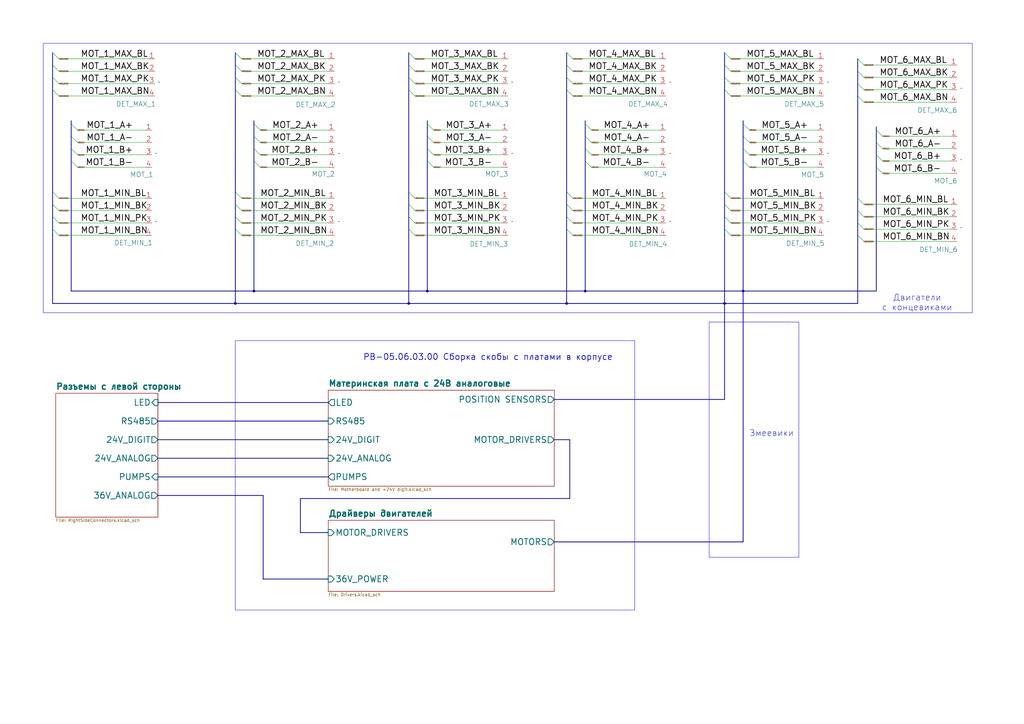
<source format=kicad_sch>
(kicad_sch
	(version 20250114)
	(generator "eeschema")
	(generator_version "9.0")
	(uuid "ba44513d-ae74-419b-9fd4-1b98d43fac7e")
	(paper "A3")
	(lib_symbols
		(symbol "Connector:Conn_01x04_(wide)"
			(exclude_from_sim no)
			(in_bom yes)
			(on_board yes)
			(property "Reference" "J"
				(at 0 0 0)
				(effects
					(font
						(size 2 2)
					)
				)
			)
			(property "Value" ""
				(at 0 0 0)
				(effects
					(font
						(size 1.27 1.27)
					)
				)
			)
			(property "Footprint" ""
				(at 0 0 0)
				(effects
					(font
						(size 1.27 1.27)
					)
					(hide yes)
				)
			)
			(property "Datasheet" ""
				(at 0 0 0)
				(effects
					(font
						(size 1.27 1.27)
					)
					(hide yes)
				)
			)
			(property "Description" ""
				(at 0 0 0)
				(effects
					(font
						(size 1.27 1.27)
					)
					(hide yes)
				)
			)
			(symbol "Conn_01x04_(wide)_1_1"
				(pin input line
					(at -2.54 -5.08 0)
					(length 2.54)
					(name ""
						(effects
							(font
								(size 1.27 1.27)
							)
						)
					)
					(number "1"
						(effects
							(font
								(size 2 2)
							)
						)
					)
				)
				(pin input line
					(at -2.54 -10.16 0)
					(length 2.54)
					(name ""
						(effects
							(font
								(size 1.27 1.27)
							)
						)
					)
					(number "2"
						(effects
							(font
								(size 2 2)
							)
						)
					)
				)
				(pin input line
					(at -2.54 -15.24 0)
					(length 2.54)
					(name ""
						(effects
							(font
								(size 1.27 1.27)
							)
						)
					)
					(number "3"
						(effects
							(font
								(size 2 2)
							)
						)
					)
				)
				(pin input line
					(at -2.54 -20.32 0)
					(length 2.54)
					(name ""
						(effects
							(font
								(size 1.27 1.27)
							)
						)
					)
					(number "4"
						(effects
							(font
								(size 2 2)
							)
						)
					)
				)
			)
			(embedded_fonts no)
		)
	)
	(rectangle
		(start 17.78 17.78)
		(end 398.78 128.27)
		(stroke
			(width 0)
			(type default)
		)
		(fill
			(type none)
		)
		(uuid 05a10d0c-7ce0-4cf4-b1c4-ba2f515d3b9e)
	)
	(rectangle
		(start 290.83 132.08)
		(end 327.66 228.6)
		(stroke
			(width 0)
			(type default)
		)
		(fill
			(type none)
		)
		(uuid 4bb0a207-381a-4df7-952c-1345a5adad09)
	)
	(rectangle
		(start 96.52 139.7)
		(end 260.35 250.19)
		(stroke
			(width 0)
			(type default)
		)
		(fill
			(type none)
		)
		(uuid d2f777de-6057-49c2-a408-d79c6541eec8)
	)
	(text "Змеевики"
		(exclude_from_sim no)
		(at 316.484 177.8 0)
		(effects
			(font
				(size 2.5 2.5)
			)
		)
		(uuid "797bec7b-d25f-40f9-9839-61426e7e955c")
	)
	(text "Двигатели\nс концевиками"
		(exclude_from_sim no)
		(at 376.174 124.206 0)
		(effects
			(font
				(size 2.5 2.5)
			)
		)
		(uuid "e02fe6e9-a704-4c0b-b688-a78271af03fd")
	)
	(text "PB-05.06.03.00 Сборка скобы с платами в корпусе"
		(exclude_from_sim no)
		(at 200.152 146.558 0)
		(effects
			(font
				(size 2.5 2.5)
				(thickness 0.254)
				(bold yes)
			)
		)
		(uuid "fdeb165e-aac2-4039-98ac-0edec7949448")
	)
	(junction
		(at 297.18 124.46)
		(diameter 0)
		(color 0 0 0 0)
		(uuid "0b44c282-1913-41b9-b04c-7297a81757bd")
	)
	(junction
		(at 96.52 124.46)
		(diameter 0)
		(color 0 0 0 0)
		(uuid "6da8695d-9d8e-4a0f-aa74-de8a782d5885")
	)
	(junction
		(at 167.64 124.46)
		(diameter 0)
		(color 0 0 0 0)
		(uuid "75af78cd-3ea2-42bc-bb6e-3c16df89a273")
	)
	(junction
		(at 232.41 124.46)
		(diameter 0)
		(color 0 0 0 0)
		(uuid "7961f232-270e-4bf1-8ff9-dbdb40621eba")
	)
	(junction
		(at 104.14 119.38)
		(diameter 0)
		(color 0 0 0 0)
		(uuid "7b67c8a4-adfc-44aa-8165-e1afd21471ea")
	)
	(junction
		(at 240.03 119.38)
		(diameter 0)
		(color 0 0 0 0)
		(uuid "c87c79cd-d8c4-42dd-94db-f474abb3b35b")
	)
	(junction
		(at 304.8 119.38)
		(diameter 0)
		(color 0 0 0 0)
		(uuid "d545a2a1-5623-4711-ab08-5d4ebdaf748e")
	)
	(junction
		(at 175.26 119.38)
		(diameter 0)
		(color 0 0 0 0)
		(uuid "ec3aa97e-9fcf-428d-93f8-1f914d68c47d")
	)
	(bus_entry
		(at 297.18 26.67)
		(size 2.54 2.54)
		(stroke
			(width 0)
			(type default)
		)
		(uuid "03ef1f72-bbfd-45ec-89b9-a3be17e65870")
	)
	(bus_entry
		(at 104.14 55.88)
		(size 2.54 2.54)
		(stroke
			(width 0)
			(type default)
		)
		(uuid "051e8599-c703-4b6c-99c4-cb33e1014422")
	)
	(bus_entry
		(at 167.64 21.59)
		(size 2.54 2.54)
		(stroke
			(width 0)
			(type default)
		)
		(uuid "095ce8e5-80a3-4d8d-a46d-e1cce9eb8956")
	)
	(bus_entry
		(at 29.21 50.8)
		(size 2.54 2.54)
		(stroke
			(width 0)
			(type default)
		)
		(uuid "12bcc80c-4c03-4cfe-a087-68c9d6c6779d")
	)
	(bus_entry
		(at 21.59 88.9)
		(size 2.54 2.54)
		(stroke
			(width 0)
			(type default)
		)
		(uuid "182d3184-70a7-4ad6-a15e-df82ac8e89ef")
	)
	(bus_entry
		(at 96.52 36.83)
		(size 2.54 2.54)
		(stroke
			(width 0)
			(type default)
		)
		(uuid "18a765f3-6534-4e03-85b9-8c33a8f77647")
	)
	(bus_entry
		(at 167.64 93.98)
		(size 2.54 2.54)
		(stroke
			(width 0)
			(type default)
		)
		(uuid "2088695f-128b-4fba-b77a-8503c667c2cd")
	)
	(bus_entry
		(at 96.52 31.75)
		(size 2.54 2.54)
		(stroke
			(width 0)
			(type default)
		)
		(uuid "20ba37f5-9128-4399-b96e-48d9d0c55acb")
	)
	(bus_entry
		(at 21.59 78.74)
		(size 2.54 2.54)
		(stroke
			(width 0)
			(type default)
		)
		(uuid "233959c6-0c33-4bb2-ab1d-331f818f6f0f")
	)
	(bus_entry
		(at 232.41 21.59)
		(size 2.54 2.54)
		(stroke
			(width 0)
			(type default)
		)
		(uuid "31610035-48e2-479c-a9b4-86a15994d1ed")
	)
	(bus_entry
		(at 167.64 83.82)
		(size 2.54 2.54)
		(stroke
			(width 0)
			(type default)
		)
		(uuid "334d55d0-486d-4507-b58e-855ef982e0a8")
	)
	(bus_entry
		(at 297.18 31.75)
		(size 2.54 2.54)
		(stroke
			(width 0)
			(type default)
		)
		(uuid "3bb1e848-a3ee-4e69-a60a-c21f57e6be73")
	)
	(bus_entry
		(at 21.59 31.75)
		(size 2.54 2.54)
		(stroke
			(width 0)
			(type default)
		)
		(uuid "4048da25-cd2a-4730-abe8-adabcc4a5570")
	)
	(bus_entry
		(at 232.41 83.82)
		(size 2.54 2.54)
		(stroke
			(width 0)
			(type default)
		)
		(uuid "43d5f25a-af19-44c9-9f63-3c507554bc2b")
	)
	(bus_entry
		(at 21.59 83.82)
		(size 2.54 2.54)
		(stroke
			(width 0)
			(type default)
		)
		(uuid "49210464-8961-41bd-8945-b056fc001e0b")
	)
	(bus_entry
		(at 351.79 86.36)
		(size 2.54 2.54)
		(stroke
			(width 0)
			(type default)
		)
		(uuid "4b75779b-081e-488f-8224-c11a3ff0b80a")
	)
	(bus_entry
		(at 96.52 93.98)
		(size 2.54 2.54)
		(stroke
			(width 0)
			(type default)
		)
		(uuid "4d154c1a-177d-4375-bfbc-139de43f05e0")
	)
	(bus_entry
		(at 351.79 29.21)
		(size 2.54 2.54)
		(stroke
			(width 0)
			(type default)
		)
		(uuid "4ea2bde1-88f5-471a-a441-e6511f58dd1d")
	)
	(bus_entry
		(at 240.03 60.96)
		(size 2.54 2.54)
		(stroke
			(width 0)
			(type default)
		)
		(uuid "50e00669-112d-4ebc-a7fa-fae17e749918")
	)
	(bus_entry
		(at 29.21 66.04)
		(size 2.54 2.54)
		(stroke
			(width 0)
			(type default)
		)
		(uuid "5160edf6-bac1-4c7d-af39-4db4d4f5d6c3")
	)
	(bus_entry
		(at 232.41 93.98)
		(size 2.54 2.54)
		(stroke
			(width 0)
			(type default)
		)
		(uuid "51b51549-4cff-4152-b6b5-9b5a5f7ddda5")
	)
	(bus_entry
		(at 297.18 78.74)
		(size 2.54 2.54)
		(stroke
			(width 0)
			(type default)
		)
		(uuid "567cdf8d-ea35-4eae-b66f-3c7b619f0f0e")
	)
	(bus_entry
		(at 304.8 50.8)
		(size 2.54 2.54)
		(stroke
			(width 0)
			(type default)
		)
		(uuid "5b77e768-0169-48f8-94f9-c83d674265d5")
	)
	(bus_entry
		(at 96.52 83.82)
		(size 2.54 2.54)
		(stroke
			(width 0)
			(type default)
		)
		(uuid "645ba556-4744-4f10-8850-de89e2f4381a")
	)
	(bus_entry
		(at 359.41 53.34)
		(size 2.54 2.54)
		(stroke
			(width 0)
			(type default)
		)
		(uuid "648f142f-11e9-42b9-bd3f-29b9254800f1")
	)
	(bus_entry
		(at 96.52 78.74)
		(size 2.54 2.54)
		(stroke
			(width 0)
			(type default)
		)
		(uuid "65d5a7f6-8379-4f9c-823d-652d78b08cf5")
	)
	(bus_entry
		(at 167.64 26.67)
		(size 2.54 2.54)
		(stroke
			(width 0)
			(type default)
		)
		(uuid "65ee8dd7-cb2f-4fa5-bc25-127818cb48a8")
	)
	(bus_entry
		(at 175.26 50.8)
		(size 2.54 2.54)
		(stroke
			(width 0)
			(type default)
		)
		(uuid "671e36b9-9639-4f03-9881-55a7e8cfb3ee")
	)
	(bus_entry
		(at 21.59 21.59)
		(size 2.54 2.54)
		(stroke
			(width 0)
			(type default)
		)
		(uuid "672d4de4-9b86-4327-aaae-8ab219b35be0")
	)
	(bus_entry
		(at 21.59 36.83)
		(size 2.54 2.54)
		(stroke
			(width 0)
			(type default)
		)
		(uuid "6b44fdcc-0270-4ce6-9715-6566b6905920")
	)
	(bus_entry
		(at 297.18 93.98)
		(size 2.54 2.54)
		(stroke
			(width 0)
			(type default)
		)
		(uuid "6c8dc8d3-5714-462a-8df9-3c3b73328f9d")
	)
	(bus_entry
		(at 167.64 78.74)
		(size 2.54 2.54)
		(stroke
			(width 0)
			(type default)
		)
		(uuid "6f85507f-b9e7-4697-956c-f282efcc0fe6")
	)
	(bus_entry
		(at 29.21 60.96)
		(size 2.54 2.54)
		(stroke
			(width 0)
			(type default)
		)
		(uuid "747c5a75-9164-44e3-89cd-e2a40ca1e23b")
	)
	(bus_entry
		(at 351.79 81.28)
		(size 2.54 2.54)
		(stroke
			(width 0)
			(type default)
		)
		(uuid "75d25bdd-89a2-481f-8a93-1b03c4118cf7")
	)
	(bus_entry
		(at 351.79 96.52)
		(size 2.54 2.54)
		(stroke
			(width 0)
			(type default)
		)
		(uuid "760bf79f-c7d5-4e83-b675-c6feda295530")
	)
	(bus_entry
		(at 232.41 31.75)
		(size 2.54 2.54)
		(stroke
			(width 0)
			(type default)
		)
		(uuid "7af307b4-2db6-4c48-8ff8-ca1aac87ef29")
	)
	(bus_entry
		(at 240.03 66.04)
		(size 2.54 2.54)
		(stroke
			(width 0)
			(type default)
		)
		(uuid "8063aba4-e11c-4e04-84b1-9d7686bc15bf")
	)
	(bus_entry
		(at 359.41 63.5)
		(size 2.54 2.54)
		(stroke
			(width 0)
			(type default)
		)
		(uuid "8cf95da0-b771-4965-b914-47f694509ace")
	)
	(bus_entry
		(at 96.52 26.67)
		(size 2.54 2.54)
		(stroke
			(width 0)
			(type default)
		)
		(uuid "956f5237-4c4e-4038-8f91-a7d324570fd4")
	)
	(bus_entry
		(at 297.18 83.82)
		(size 2.54 2.54)
		(stroke
			(width 0)
			(type default)
		)
		(uuid "9e1d08e6-77f1-49e8-abbf-c448a13c093c")
	)
	(bus_entry
		(at 21.59 93.98)
		(size 2.54 2.54)
		(stroke
			(width 0)
			(type default)
		)
		(uuid "9e903082-33aa-458c-81d5-4ebc6d918a83")
	)
	(bus_entry
		(at 96.52 21.59)
		(size 2.54 2.54)
		(stroke
			(width 0)
			(type default)
		)
		(uuid "9ebf2a40-68f4-4a93-971c-a321a4a308ee")
	)
	(bus_entry
		(at 175.26 66.04)
		(size 2.54 2.54)
		(stroke
			(width 0)
			(type default)
		)
		(uuid "a898875f-ccf4-467e-b4a4-508ae858f467")
	)
	(bus_entry
		(at 240.03 50.8)
		(size 2.54 2.54)
		(stroke
			(width 0)
			(type default)
		)
		(uuid "aa1febfb-c10c-403a-b662-a73561c4bb62")
	)
	(bus_entry
		(at 167.64 88.9)
		(size 2.54 2.54)
		(stroke
			(width 0)
			(type default)
		)
		(uuid "ae0ff212-b714-4b28-ba73-ef3f2f622ce0")
	)
	(bus_entry
		(at 96.52 88.9)
		(size 2.54 2.54)
		(stroke
			(width 0)
			(type default)
		)
		(uuid "afe87090-9707-463f-b7eb-a2cfcc2815e4")
	)
	(bus_entry
		(at 232.41 88.9)
		(size 2.54 2.54)
		(stroke
			(width 0)
			(type default)
		)
		(uuid "b2c2945f-bc6c-4e2c-ac3f-0d3acc7c54c5")
	)
	(bus_entry
		(at 297.18 36.83)
		(size 2.54 2.54)
		(stroke
			(width 0)
			(type default)
		)
		(uuid "b752235e-4a2b-4721-96a4-89c671b742a9")
	)
	(bus_entry
		(at 304.8 55.88)
		(size 2.54 2.54)
		(stroke
			(width 0)
			(type default)
		)
		(uuid "b7950e73-0950-4f9e-97e8-1c80b728d984")
	)
	(bus_entry
		(at 297.18 21.59)
		(size 2.54 2.54)
		(stroke
			(width 0)
			(type default)
		)
		(uuid "b7a67ac8-9c54-4660-adf7-be7cc984a00c")
	)
	(bus_entry
		(at 304.8 60.96)
		(size 2.54 2.54)
		(stroke
			(width 0)
			(type default)
		)
		(uuid "ba0eb02e-645c-4265-9c93-ec38dd19113c")
	)
	(bus_entry
		(at 29.21 55.88)
		(size 2.54 2.54)
		(stroke
			(width 0)
			(type default)
		)
		(uuid "c3316835-a826-40be-8815-bfb840909475")
	)
	(bus_entry
		(at 104.14 50.8)
		(size 2.54 2.54)
		(stroke
			(width 0)
			(type default)
		)
		(uuid "c4e92138-ad6b-40bb-bb5c-5f2da43b3621")
	)
	(bus_entry
		(at 351.79 39.37)
		(size 2.54 2.54)
		(stroke
			(width 0)
			(type default)
		)
		(uuid "c9944e01-e86f-4de3-961f-95ee2a624956")
	)
	(bus_entry
		(at 359.41 68.58)
		(size 2.54 2.54)
		(stroke
			(width 0)
			(type default)
		)
		(uuid "cd6e7c85-51f4-4ef0-8815-0ca24f1f8b71")
	)
	(bus_entry
		(at 351.79 91.44)
		(size 2.54 2.54)
		(stroke
			(width 0)
			(type default)
		)
		(uuid "ce1bc759-ab00-453a-b47c-09c61d77f2cc")
	)
	(bus_entry
		(at 167.64 36.83)
		(size 2.54 2.54)
		(stroke
			(width 0)
			(type default)
		)
		(uuid "d0705051-f090-48ee-8068-5ae3dd33ec6d")
	)
	(bus_entry
		(at 175.26 55.88)
		(size 2.54 2.54)
		(stroke
			(width 0)
			(type default)
		)
		(uuid "d27c6f17-84d5-47a6-ad89-44dd437b3d22")
	)
	(bus_entry
		(at 359.41 58.42)
		(size 2.54 2.54)
		(stroke
			(width 0)
			(type default)
		)
		(uuid "d2b6e4ba-a48a-4294-ba43-2130938b35dc")
	)
	(bus_entry
		(at 351.79 34.29)
		(size 2.54 2.54)
		(stroke
			(width 0)
			(type default)
		)
		(uuid "d7313918-f798-4562-84c6-2d39069cba6a")
	)
	(bus_entry
		(at 304.8 66.04)
		(size 2.54 2.54)
		(stroke
			(width 0)
			(type default)
		)
		(uuid "d754c94e-e364-4722-b7f2-25840e33a3ed")
	)
	(bus_entry
		(at 104.14 66.04)
		(size 2.54 2.54)
		(stroke
			(width 0)
			(type default)
		)
		(uuid "d9b50db0-d78f-4348-b350-1907bd990ed5")
	)
	(bus_entry
		(at 167.64 31.75)
		(size 2.54 2.54)
		(stroke
			(width 0)
			(type default)
		)
		(uuid "e348ad0a-7af3-4061-8cf8-78839fc4ea06")
	)
	(bus_entry
		(at 240.03 55.88)
		(size 2.54 2.54)
		(stroke
			(width 0)
			(type default)
		)
		(uuid "e5baa605-6de5-47ed-8714-d8ca44ad87b2")
	)
	(bus_entry
		(at 297.18 88.9)
		(size 2.54 2.54)
		(stroke
			(width 0)
			(type default)
		)
		(uuid "e8fd53ba-769d-481c-bfdb-43979e9c3085")
	)
	(bus_entry
		(at 232.41 36.83)
		(size 2.54 2.54)
		(stroke
			(width 0)
			(type default)
		)
		(uuid "e9dc341e-0c9d-4faf-bc5f-208ec3cf2a83")
	)
	(bus_entry
		(at 104.14 60.96)
		(size 2.54 2.54)
		(stroke
			(width 0)
			(type default)
		)
		(uuid "ecbafb84-8373-4fa9-90ee-db45b44a1ff3")
	)
	(bus_entry
		(at 232.41 78.74)
		(size 2.54 2.54)
		(stroke
			(width 0)
			(type default)
		)
		(uuid "eeb6d156-4391-407e-a0a8-18a578547c42")
	)
	(bus_entry
		(at 21.59 26.67)
		(size 2.54 2.54)
		(stroke
			(width 0)
			(type default)
		)
		(uuid "f5863197-0bc4-4813-9393-54f6e633b761")
	)
	(bus_entry
		(at 232.41 26.67)
		(size 2.54 2.54)
		(stroke
			(width 0)
			(type default)
		)
		(uuid "f60b155d-3aac-4c83-b847-4881d620cee6")
	)
	(bus_entry
		(at 175.26 60.96)
		(size 2.54 2.54)
		(stroke
			(width 0)
			(type default)
		)
		(uuid "f6425459-e0f0-4385-b8df-690e061615de")
	)
	(bus_entry
		(at 351.79 24.13)
		(size 2.54 2.54)
		(stroke
			(width 0)
			(type default)
		)
		(uuid "fc7cbc0b-c252-4fd5-8ba1-48c0b57a4fa2")
	)
	(bus
		(pts
			(xy 21.59 93.98) (xy 21.59 124.46)
		)
		(stroke
			(width 0)
			(type default)
		)
		(uuid "011c088c-9ff7-416c-9f3e-b6429c7c844a")
	)
	(wire
		(pts
			(xy 299.72 96.52) (xy 335.28 96.52)
		)
		(stroke
			(width 0)
			(type default)
		)
		(uuid "06dad68c-7a9a-4d6f-9346-f5587ac24fc0")
	)
	(wire
		(pts
			(xy 170.18 96.52) (xy 205.74 96.52)
		)
		(stroke
			(width 0)
			(type default)
		)
		(uuid "071dd816-e021-4b1d-be4d-02d5f216eb7c")
	)
	(bus
		(pts
			(xy 104.14 50.8) (xy 104.14 55.88)
		)
		(stroke
			(width 0)
			(type default)
		)
		(uuid "078dd828-3d01-46db-89b6-5c05d1f62d5b")
	)
	(bus
		(pts
			(xy 227.33 180.34) (xy 233.68 180.34)
		)
		(stroke
			(width 0)
			(type default)
		)
		(uuid "0a93b670-1ec5-41d3-aec3-abdc4866071c")
	)
	(wire
		(pts
			(xy 31.75 68.58) (xy 59.69 68.58)
		)
		(stroke
			(width 0)
			(type default)
		)
		(uuid "0b00ed94-92b1-47ba-8991-b7e748595a0c")
	)
	(wire
		(pts
			(xy 242.57 68.58) (xy 270.51 68.58)
		)
		(stroke
			(width 0)
			(type default)
		)
		(uuid "0f7408ab-34bd-42b4-aecb-eea3c5d3824d")
	)
	(bus
		(pts
			(xy 96.52 83.82) (xy 96.52 88.9)
		)
		(stroke
			(width 0)
			(type default)
		)
		(uuid "0fb100ba-2151-4962-ad50-a3d5827ba224")
	)
	(bus
		(pts
			(xy 21.59 83.82) (xy 21.59 88.9)
		)
		(stroke
			(width 0)
			(type default)
		)
		(uuid "0fcf21f9-d86e-4fbe-acf6-f18efc728d96")
	)
	(wire
		(pts
			(xy 24.13 81.28) (xy 59.69 81.28)
		)
		(stroke
			(width 0)
			(type default)
		)
		(uuid "117c4592-e199-4535-a0e2-5c6015ae0e0c")
	)
	(bus
		(pts
			(xy 351.79 91.44) (xy 351.79 96.52)
		)
		(stroke
			(width 0)
			(type default)
		)
		(uuid "144b5192-6fb0-4bf5-a911-2911bf74d414")
	)
	(wire
		(pts
			(xy 354.33 83.82) (xy 389.89 83.82)
		)
		(stroke
			(width 0)
			(type default)
		)
		(uuid "147bbcd5-c2c6-4d85-aa58-c82298800f95")
	)
	(bus
		(pts
			(xy 107.95 203.2) (xy 107.95 237.49)
		)
		(stroke
			(width 0)
			(type default)
		)
		(uuid "17224f90-8c82-46d3-95a9-45af3b0cefca")
	)
	(wire
		(pts
			(xy 299.72 39.37) (xy 335.28 39.37)
		)
		(stroke
			(width 0)
			(type default)
		)
		(uuid "18519a4e-c0c4-4932-a601-d92e71f9c124")
	)
	(wire
		(pts
			(xy 177.8 63.5) (xy 205.74 63.5)
		)
		(stroke
			(width 0)
			(type default)
		)
		(uuid "19244ef2-4e9d-44d7-a5a0-1e79a7c71bc7")
	)
	(wire
		(pts
			(xy 170.18 39.37) (xy 205.74 39.37)
		)
		(stroke
			(width 0)
			(type default)
		)
		(uuid "19676e55-ebc7-495a-8f86-132312ec5ff3")
	)
	(wire
		(pts
			(xy 99.06 29.21) (xy 134.62 29.21)
		)
		(stroke
			(width 0)
			(type default)
		)
		(uuid "1f80ab57-2bcb-4d88-8337-01b8000657d6")
	)
	(bus
		(pts
			(xy 232.41 124.46) (xy 297.18 124.46)
		)
		(stroke
			(width 0)
			(type default)
		)
		(uuid "1f9f7106-ab29-479d-b17b-4354e6cf0337")
	)
	(bus
		(pts
			(xy 240.03 119.38) (xy 175.26 119.38)
		)
		(stroke
			(width 0)
			(type default)
		)
		(uuid "21c742b0-8fd3-465d-91e2-72f956665004")
	)
	(wire
		(pts
			(xy 242.57 53.34) (xy 270.51 53.34)
		)
		(stroke
			(width 0)
			(type default)
		)
		(uuid "21fe47dd-5cda-49f0-b34d-eab68be8fdf3")
	)
	(bus
		(pts
			(xy 167.64 93.98) (xy 167.64 124.46)
		)
		(stroke
			(width 0)
			(type default)
		)
		(uuid "237f6c9e-71d4-4a5a-b9d4-052d8e93124b")
	)
	(bus
		(pts
			(xy 64.77 180.34) (xy 134.62 180.34)
		)
		(stroke
			(width 0)
			(type default)
		)
		(uuid "2403ac74-bc41-4224-a727-1bbcefa9d2f4")
	)
	(wire
		(pts
			(xy 354.33 41.91) (xy 389.89 41.91)
		)
		(stroke
			(width 0)
			(type default)
		)
		(uuid "2565ad7a-1ce7-4a15-ab3f-ed999fba72bc")
	)
	(wire
		(pts
			(xy 234.95 86.36) (xy 270.51 86.36)
		)
		(stroke
			(width 0)
			(type default)
		)
		(uuid "294b0cdc-1c7b-49d0-81eb-aaa136a41441")
	)
	(bus
		(pts
			(xy 104.14 119.38) (xy 29.21 119.38)
		)
		(stroke
			(width 0)
			(type default)
		)
		(uuid "2cff6e93-eb12-49ba-9808-b89177d65c04")
	)
	(bus
		(pts
			(xy 167.64 78.74) (xy 167.64 83.82)
		)
		(stroke
			(width 0)
			(type default)
		)
		(uuid "2d506e50-8534-4dd3-a554-8aa218167206")
	)
	(bus
		(pts
			(xy 21.59 26.67) (xy 21.59 31.75)
		)
		(stroke
			(width 0)
			(type default)
		)
		(uuid "2d8a9a5c-552b-46d7-a2b6-76e3add352fa")
	)
	(wire
		(pts
			(xy 234.95 91.44) (xy 270.51 91.44)
		)
		(stroke
			(width 0)
			(type default)
		)
		(uuid "2e59972d-9c46-4672-8eda-d76fd507c9d4")
	)
	(wire
		(pts
			(xy 361.95 71.12) (xy 389.89 71.12)
		)
		(stroke
			(width 0)
			(type default)
		)
		(uuid "2ff7b52f-5e7a-4463-b40a-574a17793432")
	)
	(wire
		(pts
			(xy 170.18 24.13) (xy 205.74 24.13)
		)
		(stroke
			(width 0)
			(type default)
		)
		(uuid "3144fa79-e428-44b5-8b17-5acfb8aedf65")
	)
	(bus
		(pts
			(xy 175.26 60.96) (xy 175.26 66.04)
		)
		(stroke
			(width 0)
			(type default)
		)
		(uuid "3215ef7b-0112-4c59-8baf-1f758b7c3475")
	)
	(bus
		(pts
			(xy 21.59 88.9) (xy 21.59 93.98)
		)
		(stroke
			(width 0)
			(type default)
		)
		(uuid "321a9dd6-0e61-4bf4-bf9e-e6eb87525fa8")
	)
	(bus
		(pts
			(xy 104.14 66.04) (xy 104.14 119.38)
		)
		(stroke
			(width 0)
			(type default)
		)
		(uuid "33236d38-2b49-455f-9a87-5fb82ea15d49")
	)
	(wire
		(pts
			(xy 299.72 29.21) (xy 335.28 29.21)
		)
		(stroke
			(width 0)
			(type default)
		)
		(uuid "3374f800-0be6-41c6-b8d3-9487c730c2fe")
	)
	(bus
		(pts
			(xy 297.18 21.59) (xy 297.18 26.67)
		)
		(stroke
			(width 0)
			(type default)
		)
		(uuid "35479d4e-018f-4414-a8f8-5dd0a6331953")
	)
	(bus
		(pts
			(xy 297.18 124.46) (xy 297.18 163.83)
		)
		(stroke
			(width 0)
			(type default)
		)
		(uuid "38cafc2c-598d-4e11-9383-61027c5d8494")
	)
	(wire
		(pts
			(xy 354.33 93.98) (xy 389.89 93.98)
		)
		(stroke
			(width 0)
			(type default)
		)
		(uuid "3be9a049-43aa-4f1d-bb93-2d1d4ac59c73")
	)
	(wire
		(pts
			(xy 170.18 81.28) (xy 205.74 81.28)
		)
		(stroke
			(width 0)
			(type default)
		)
		(uuid "3fc5f2c4-c37c-403c-a33a-3b53e7ab41fb")
	)
	(bus
		(pts
			(xy 96.52 36.83) (xy 96.52 78.74)
		)
		(stroke
			(width 0)
			(type default)
		)
		(uuid "403ac6ab-b4a3-4e20-b64d-48bdec86603e")
	)
	(wire
		(pts
			(xy 299.72 81.28) (xy 335.28 81.28)
		)
		(stroke
			(width 0)
			(type default)
		)
		(uuid "40d9f694-dcbf-4da7-9043-1507db4a3a83")
	)
	(wire
		(pts
			(xy 234.95 39.37) (xy 270.51 39.37)
		)
		(stroke
			(width 0)
			(type default)
		)
		(uuid "449c6d6e-ace8-49e9-8d18-500a70e6bb03")
	)
	(wire
		(pts
			(xy 170.18 91.44) (xy 205.74 91.44)
		)
		(stroke
			(width 0)
			(type default)
		)
		(uuid "449d1966-e1f8-4d90-a6ec-f2253f6e742c")
	)
	(bus
		(pts
			(xy 21.59 21.59) (xy 21.59 26.67)
		)
		(stroke
			(width 0)
			(type default)
		)
		(uuid "452ca70f-9995-47d8-ba69-c010a2222e52")
	)
	(bus
		(pts
			(xy 359.41 68.58) (xy 359.41 119.38)
		)
		(stroke
			(width 0)
			(type default)
		)
		(uuid "47a2c54f-a328-4ca7-a76c-a68aea32fa52")
	)
	(wire
		(pts
			(xy 234.95 96.52) (xy 270.51 96.52)
		)
		(stroke
			(width 0)
			(type default)
		)
		(uuid "47b2bf95-0932-4e3d-a09e-d14426a9e924")
	)
	(wire
		(pts
			(xy 299.72 24.13) (xy 335.28 24.13)
		)
		(stroke
			(width 0)
			(type default)
		)
		(uuid "48665787-39bd-4bb9-b1cd-9ae38696f024")
	)
	(bus
		(pts
			(xy 233.68 204.47) (xy 123.19 204.47)
		)
		(stroke
			(width 0)
			(type default)
		)
		(uuid "4937c467-8400-40b2-869a-2bb1f8c17444")
	)
	(wire
		(pts
			(xy 234.95 29.21) (xy 270.51 29.21)
		)
		(stroke
			(width 0)
			(type default)
		)
		(uuid "4b6c9548-d2bf-47dc-8ef9-7756a54f127b")
	)
	(wire
		(pts
			(xy 106.68 68.58) (xy 134.62 68.58)
		)
		(stroke
			(width 0)
			(type default)
		)
		(uuid "4b8815c3-31a7-41fb-b6f7-8835ce379053")
	)
	(bus
		(pts
			(xy 175.26 119.38) (xy 104.14 119.38)
		)
		(stroke
			(width 0)
			(type default)
		)
		(uuid "4bba2133-d411-42cd-9f44-fef5ab2fa1f5")
	)
	(wire
		(pts
			(xy 242.57 63.5) (xy 270.51 63.5)
		)
		(stroke
			(width 0)
			(type default)
		)
		(uuid "4f4db419-0b70-4a5e-9ea8-33427991761b")
	)
	(bus
		(pts
			(xy 104.14 55.88) (xy 104.14 60.96)
		)
		(stroke
			(width 0)
			(type default)
		)
		(uuid "5076b2a5-b570-4928-b4e7-c9c094d4571a")
	)
	(bus
		(pts
			(xy 96.52 21.59) (xy 96.52 26.67)
		)
		(stroke
			(width 0)
			(type default)
		)
		(uuid "511f95f9-608a-4735-8c3b-0907b7887bda")
	)
	(bus
		(pts
			(xy 96.52 31.75) (xy 96.52 36.83)
		)
		(stroke
			(width 0)
			(type default)
		)
		(uuid "53a622da-46b0-4b35-b0f5-117b018516b8")
	)
	(bus
		(pts
			(xy 297.18 36.83) (xy 297.18 78.74)
		)
		(stroke
			(width 0)
			(type default)
		)
		(uuid "53a977c6-085d-4432-b9dc-5810f4f900c4")
	)
	(bus
		(pts
			(xy 233.68 180.34) (xy 233.68 204.47)
		)
		(stroke
			(width 0)
			(type default)
		)
		(uuid "5475d705-7328-492d-a392-7318b1e64873")
	)
	(bus
		(pts
			(xy 64.77 187.96) (xy 134.62 187.96)
		)
		(stroke
			(width 0)
			(type default)
		)
		(uuid "56ad8594-23f8-4861-b0ee-340279c6743f")
	)
	(wire
		(pts
			(xy 307.34 68.58) (xy 335.28 68.58)
		)
		(stroke
			(width 0)
			(type default)
		)
		(uuid "56ea3bb1-7182-48eb-a182-9c81a75d3ff2")
	)
	(bus
		(pts
			(xy 29.21 66.04) (xy 29.21 119.38)
		)
		(stroke
			(width 0)
			(type default)
		)
		(uuid "582e7472-c5f1-4e75-a24c-8f110350328d")
	)
	(wire
		(pts
			(xy 177.8 53.34) (xy 205.74 53.34)
		)
		(stroke
			(width 0)
			(type default)
		)
		(uuid "58403d8b-544d-49a9-90c4-e44b63e7d7e4")
	)
	(bus
		(pts
			(xy 232.41 31.75) (xy 232.41 36.83)
		)
		(stroke
			(width 0)
			(type default)
		)
		(uuid "5910ea0e-5a1a-400b-80a9-f7605bf02d54")
	)
	(bus
		(pts
			(xy 134.62 218.44) (xy 123.19 218.44)
		)
		(stroke
			(width 0)
			(type default)
		)
		(uuid "5a847dee-0631-4ad6-828c-641d2512bd34")
	)
	(bus
		(pts
			(xy 64.77 203.2) (xy 107.95 203.2)
		)
		(stroke
			(width 0)
			(type default)
		)
		(uuid "5b62eacf-fbee-415e-bf5b-6057e409e076")
	)
	(bus
		(pts
			(xy 297.18 93.98) (xy 297.18 124.46)
		)
		(stroke
			(width 0)
			(type default)
		)
		(uuid "5dc7b6d6-30f8-4e9a-8c2e-eefe9063b24b")
	)
	(wire
		(pts
			(xy 177.8 58.42) (xy 205.74 58.42)
		)
		(stroke
			(width 0)
			(type default)
		)
		(uuid "5e39bee0-f81c-4675-993e-d2d40b3b25a7")
	)
	(bus
		(pts
			(xy 304.8 49.53) (xy 304.8 50.8)
		)
		(stroke
			(width 0)
			(type default)
		)
		(uuid "5e3d9587-af85-46c2-a342-d59182868ce4")
	)
	(bus
		(pts
			(xy 304.8 119.38) (xy 304.8 222.25)
		)
		(stroke
			(width 0)
			(type default)
		)
		(uuid "601b26c3-5610-417d-99cf-4cb5ffdf5c98")
	)
	(bus
		(pts
			(xy 351.79 39.37) (xy 351.79 81.28)
		)
		(stroke
			(width 0)
			(type default)
		)
		(uuid "62b0261a-c368-425d-8737-52f8e4ddfc06")
	)
	(bus
		(pts
			(xy 240.03 55.88) (xy 240.03 60.96)
		)
		(stroke
			(width 0)
			(type default)
		)
		(uuid "651f1f3f-3f78-4511-999e-f81698aba67c")
	)
	(bus
		(pts
			(xy 96.52 93.98) (xy 96.52 124.46)
		)
		(stroke
			(width 0)
			(type default)
		)
		(uuid "656c27a7-c15b-4e65-8b98-db16e578cc49")
	)
	(bus
		(pts
			(xy 167.64 124.46) (xy 232.41 124.46)
		)
		(stroke
			(width 0)
			(type default)
		)
		(uuid "6874d787-73f7-46b7-8269-4902cd3315eb")
	)
	(wire
		(pts
			(xy 24.13 34.29) (xy 60.96 34.29)
		)
		(stroke
			(width 0)
			(type default)
		)
		(uuid "6917bb08-becb-4c50-ac4f-265a1219f9bd")
	)
	(wire
		(pts
			(xy 234.95 24.13) (xy 270.51 24.13)
		)
		(stroke
			(width 0)
			(type default)
		)
		(uuid "69565e29-3618-4be7-ad23-c2e06ae88843")
	)
	(bus
		(pts
			(xy 351.79 124.46) (xy 297.18 124.46)
		)
		(stroke
			(width 0)
			(type default)
		)
		(uuid "6a72b906-612f-4e68-9184-8d1041c08217")
	)
	(wire
		(pts
			(xy 31.75 53.34) (xy 59.69 53.34)
		)
		(stroke
			(width 0)
			(type default)
		)
		(uuid "6c4cbb12-21b5-4071-863e-b180590cb0a8")
	)
	(wire
		(pts
			(xy 361.95 66.04) (xy 389.89 66.04)
		)
		(stroke
			(width 0)
			(type default)
		)
		(uuid "6e1e554b-8e6c-415e-9beb-895e1f10932f")
	)
	(wire
		(pts
			(xy 361.95 55.88) (xy 389.89 55.88)
		)
		(stroke
			(width 0)
			(type default)
		)
		(uuid "6f9f90d6-74ac-49a6-883f-204564b5b28c")
	)
	(bus
		(pts
			(xy 232.41 78.74) (xy 232.41 83.82)
		)
		(stroke
			(width 0)
			(type default)
		)
		(uuid "71cc2851-8a95-429f-8d5f-c5ad57412fde")
	)
	(bus
		(pts
			(xy 107.95 237.49) (xy 134.62 237.49)
		)
		(stroke
			(width 0)
			(type default)
		)
		(uuid "7280d0fd-2be1-4e6c-9223-fdfe1279bc79")
	)
	(wire
		(pts
			(xy 361.95 60.96) (xy 389.89 60.96)
		)
		(stroke
			(width 0)
			(type default)
		)
		(uuid "76fb269f-1bdb-41e5-a4c5-af4f9223cbfe")
	)
	(bus
		(pts
			(xy 232.41 21.59) (xy 232.41 26.67)
		)
		(stroke
			(width 0)
			(type default)
		)
		(uuid "79bf35cb-2dc5-4081-b7ff-0f3ceeeca71d")
	)
	(wire
		(pts
			(xy 24.13 24.13) (xy 60.96 24.13)
		)
		(stroke
			(width 0)
			(type default)
		)
		(uuid "7b66c044-7c0a-4487-825d-39b6525b76ba")
	)
	(bus
		(pts
			(xy 297.18 78.74) (xy 297.18 83.82)
		)
		(stroke
			(width 0)
			(type default)
		)
		(uuid "7ba14e77-2ef9-447b-9bc4-156e33b971a1")
	)
	(wire
		(pts
			(xy 99.06 86.36) (xy 134.62 86.36)
		)
		(stroke
			(width 0)
			(type default)
		)
		(uuid "7c5691ac-c34e-474a-8b03-4c874ef73c7a")
	)
	(wire
		(pts
			(xy 24.13 86.36) (xy 59.69 86.36)
		)
		(stroke
			(width 0)
			(type default)
		)
		(uuid "7e953730-e727-4dc3-8cbd-f28d1bc45733")
	)
	(bus
		(pts
			(xy 175.26 55.88) (xy 175.26 60.96)
		)
		(stroke
			(width 0)
			(type default)
		)
		(uuid "804340a6-5aa0-4223-bbbb-7dc03a2d3798")
	)
	(wire
		(pts
			(xy 170.18 29.21) (xy 205.74 29.21)
		)
		(stroke
			(width 0)
			(type default)
		)
		(uuid "8a5c5095-b520-40e5-b3c8-a1928f809db9")
	)
	(bus
		(pts
			(xy 232.41 93.98) (xy 232.41 124.46)
		)
		(stroke
			(width 0)
			(type default)
		)
		(uuid "8e80c09d-bb9d-4faa-8cd0-5422861626c3")
	)
	(wire
		(pts
			(xy 354.33 26.67) (xy 389.89 26.67)
		)
		(stroke
			(width 0)
			(type default)
		)
		(uuid "8eb482ee-5d13-44b3-97d8-984961341cd6")
	)
	(wire
		(pts
			(xy 99.06 34.29) (xy 134.62 34.29)
		)
		(stroke
			(width 0)
			(type default)
		)
		(uuid "90752e74-db3f-4fd6-98d1-10c56a9bf415")
	)
	(wire
		(pts
			(xy 99.06 39.37) (xy 134.62 39.37)
		)
		(stroke
			(width 0)
			(type default)
		)
		(uuid "9243290a-7a34-4d6f-ac9b-03bce74bb85b")
	)
	(bus
		(pts
			(xy 104.14 49.53) (xy 104.14 50.8)
		)
		(stroke
			(width 0)
			(type default)
		)
		(uuid "93a24589-6711-4617-9371-6cc7d1cd2883")
	)
	(wire
		(pts
			(xy 24.13 96.52) (xy 59.69 96.52)
		)
		(stroke
			(width 0)
			(type default)
		)
		(uuid "947687b8-4e5e-468d-b347-bcde9b2598ec")
	)
	(wire
		(pts
			(xy 99.06 91.44) (xy 134.62 91.44)
		)
		(stroke
			(width 0)
			(type default)
		)
		(uuid "99732409-d6d2-4e5e-9ef8-6e91fc64889b")
	)
	(bus
		(pts
			(xy 351.79 24.13) (xy 351.79 29.21)
		)
		(stroke
			(width 0)
			(type default)
		)
		(uuid "9b946955-efbd-4072-9e92-d736dd2eb9d2")
	)
	(wire
		(pts
			(xy 299.72 86.36) (xy 335.28 86.36)
		)
		(stroke
			(width 0)
			(type default)
		)
		(uuid "9bd1dfc4-2439-4aff-be26-642b02d9d567")
	)
	(bus
		(pts
			(xy 96.52 124.46) (xy 167.64 124.46)
		)
		(stroke
			(width 0)
			(type default)
		)
		(uuid "9c37693c-3453-4931-a7da-f107895570ec")
	)
	(bus
		(pts
			(xy 359.41 63.5) (xy 359.41 68.58)
		)
		(stroke
			(width 0)
			(type default)
		)
		(uuid "9e1a0c54-9275-4a2d-8557-fb7d3bcea369")
	)
	(bus
		(pts
			(xy 167.64 83.82) (xy 167.64 88.9)
		)
		(stroke
			(width 0)
			(type default)
		)
		(uuid "a1b1fbc4-1131-4c3b-ba8e-f3eb23af2566")
	)
	(bus
		(pts
			(xy 297.18 31.75) (xy 297.18 36.83)
		)
		(stroke
			(width 0)
			(type default)
		)
		(uuid "a1e9c8a6-2fd7-4d59-916c-fd2d44831c2a")
	)
	(bus
		(pts
			(xy 351.79 29.21) (xy 351.79 34.29)
		)
		(stroke
			(width 0)
			(type default)
		)
		(uuid "a1fd2709-4f6f-4b50-9a48-3903a49f0ce0")
	)
	(bus
		(pts
			(xy 104.14 60.96) (xy 104.14 66.04)
		)
		(stroke
			(width 0)
			(type default)
		)
		(uuid "a2bb2bde-73f4-49fc-b6f1-7bd105d487ef")
	)
	(wire
		(pts
			(xy 170.18 34.29) (xy 205.74 34.29)
		)
		(stroke
			(width 0)
			(type default)
		)
		(uuid "a5e4a027-a00c-481f-a4e8-b0c02eef1c4f")
	)
	(wire
		(pts
			(xy 354.33 36.83) (xy 389.89 36.83)
		)
		(stroke
			(width 0)
			(type default)
		)
		(uuid "a6083f2e-ac8c-4766-8020-3247504a3c3a")
	)
	(bus
		(pts
			(xy 232.41 36.83) (xy 232.41 78.74)
		)
		(stroke
			(width 0)
			(type default)
		)
		(uuid "a6b5fb9b-4c3c-49ea-b192-220c256eec94")
	)
	(bus
		(pts
			(xy 64.77 172.72) (xy 134.62 172.72)
		)
		(stroke
			(width 0)
			(type default)
		)
		(uuid "a9303311-4ae5-42c1-8103-7956de5f0d20")
	)
	(bus
		(pts
			(xy 304.8 50.8) (xy 304.8 55.88)
		)
		(stroke
			(width 0)
			(type default)
		)
		(uuid "a9763558-c797-4a3b-92df-65891ac08453")
	)
	(bus
		(pts
			(xy 175.26 66.04) (xy 175.26 119.38)
		)
		(stroke
			(width 0)
			(type default)
		)
		(uuid "ab2fb217-37c4-4734-86c4-507051d487ba")
	)
	(bus
		(pts
			(xy 304.8 66.04) (xy 304.8 119.38)
		)
		(stroke
			(width 0)
			(type default)
		)
		(uuid "ac93c705-4d22-412f-81ef-2e5ca3db1fa5")
	)
	(bus
		(pts
			(xy 29.21 50.8) (xy 29.21 55.88)
		)
		(stroke
			(width 0)
			(type default)
		)
		(uuid "ad16cdea-d0ef-4148-84ac-cc7ef8430747")
	)
	(wire
		(pts
			(xy 99.06 24.13) (xy 134.62 24.13)
		)
		(stroke
			(width 0)
			(type default)
		)
		(uuid "ae10b456-8f76-441a-ae4a-c5e60b3cd2cd")
	)
	(wire
		(pts
			(xy 299.72 34.29) (xy 335.28 34.29)
		)
		(stroke
			(width 0)
			(type default)
		)
		(uuid "b090bdac-18f9-41ea-a572-d35b838bd9b8")
	)
	(bus
		(pts
			(xy 29.21 60.96) (xy 29.21 66.04)
		)
		(stroke
			(width 0)
			(type default)
		)
		(uuid "b2f42582-4afc-49a9-b673-0871378d6085")
	)
	(bus
		(pts
			(xy 359.41 52.07) (xy 359.41 53.34)
		)
		(stroke
			(width 0)
			(type default)
		)
		(uuid "b3fd9756-faa2-4a69-a5e9-c5743d413b57")
	)
	(bus
		(pts
			(xy 240.03 49.53) (xy 240.03 50.8)
		)
		(stroke
			(width 0)
			(type default)
		)
		(uuid "b5886384-53f6-4017-af19-fde11e676f24")
	)
	(bus
		(pts
			(xy 359.41 58.42) (xy 359.41 63.5)
		)
		(stroke
			(width 0)
			(type default)
		)
		(uuid "b60d27df-34d5-406b-ae74-4fce342f052c")
	)
	(wire
		(pts
			(xy 234.95 81.28) (xy 270.51 81.28)
		)
		(stroke
			(width 0)
			(type default)
		)
		(uuid "b6c12576-a739-4373-b92c-2cc2277bf983")
	)
	(bus
		(pts
			(xy 21.59 36.83) (xy 21.59 78.74)
		)
		(stroke
			(width 0)
			(type default)
		)
		(uuid "b85839a0-f440-4a5d-b1ee-acad30214f29")
	)
	(bus
		(pts
			(xy 123.19 204.47) (xy 123.19 218.44)
		)
		(stroke
			(width 0)
			(type default)
		)
		(uuid "b85b0499-d5a8-440e-a05b-ea57a5e74c2b")
	)
	(bus
		(pts
			(xy 29.21 55.88) (xy 29.21 60.96)
		)
		(stroke
			(width 0)
			(type default)
		)
		(uuid "b87d528c-5cef-4998-b7ed-aacb7b8a383b")
	)
	(bus
		(pts
			(xy 359.41 53.34) (xy 359.41 58.42)
		)
		(stroke
			(width 0)
			(type default)
		)
		(uuid "bba688da-8146-47c0-a211-9124e81677cc")
	)
	(bus
		(pts
			(xy 240.03 50.8) (xy 240.03 55.88)
		)
		(stroke
			(width 0)
			(type default)
		)
		(uuid "bfd05eff-28c2-4c17-82b9-4835a1ee9be9")
	)
	(bus
		(pts
			(xy 21.59 124.46) (xy 96.52 124.46)
		)
		(stroke
			(width 0)
			(type default)
		)
		(uuid "c11d41d8-f49c-423d-b694-66c24e82716e")
	)
	(wire
		(pts
			(xy 24.13 29.21) (xy 60.96 29.21)
		)
		(stroke
			(width 0)
			(type default)
		)
		(uuid "c266cdee-ccf6-4b42-a530-03cf12f996aa")
	)
	(bus
		(pts
			(xy 227.33 222.25) (xy 304.8 222.25)
		)
		(stroke
			(width 0)
			(type default)
		)
		(uuid "c308c37d-a9c3-4815-a182-931924e0640c")
	)
	(wire
		(pts
			(xy 242.57 58.42) (xy 270.51 58.42)
		)
		(stroke
			(width 0)
			(type default)
		)
		(uuid "c3872a95-f4d8-42b3-8187-1b473e5902dd")
	)
	(wire
		(pts
			(xy 24.13 39.37) (xy 60.96 39.37)
		)
		(stroke
			(width 0)
			(type default)
		)
		(uuid "c44cb909-cc9f-4fdd-a381-0cda9f16c53d")
	)
	(bus
		(pts
			(xy 175.26 49.53) (xy 175.26 50.8)
		)
		(stroke
			(width 0)
			(type default)
		)
		(uuid "c713f42a-992c-4439-9d76-cf52b371aeb9")
	)
	(bus
		(pts
			(xy 96.52 88.9) (xy 96.52 93.98)
		)
		(stroke
			(width 0)
			(type default)
		)
		(uuid "c8fe1c0c-bcba-4887-aa90-26860086c7ad")
	)
	(bus
		(pts
			(xy 240.03 66.04) (xy 240.03 119.38)
		)
		(stroke
			(width 0)
			(type default)
		)
		(uuid "cb3b993f-75ce-4a66-892c-e5e3da37d4e9")
	)
	(bus
		(pts
			(xy 359.41 119.38) (xy 304.8 119.38)
		)
		(stroke
			(width 0)
			(type default)
		)
		(uuid "ccd7dda5-9adf-4702-ad42-ec1fbd721f7b")
	)
	(wire
		(pts
			(xy 307.34 63.5) (xy 335.28 63.5)
		)
		(stroke
			(width 0)
			(type default)
		)
		(uuid "cdcd7668-f6d5-475d-9dbc-d8750b61667c")
	)
	(bus
		(pts
			(xy 351.79 34.29) (xy 351.79 39.37)
		)
		(stroke
			(width 0)
			(type default)
		)
		(uuid "cfcc0a5b-52b2-4631-bab5-9218cf0b249e")
	)
	(bus
		(pts
			(xy 297.18 26.67) (xy 297.18 31.75)
		)
		(stroke
			(width 0)
			(type default)
		)
		(uuid "d1d1f150-c6c6-417c-ba5a-ad1b08f789d9")
	)
	(wire
		(pts
			(xy 106.68 58.42) (xy 134.62 58.42)
		)
		(stroke
			(width 0)
			(type default)
		)
		(uuid "d332fec4-9161-4ec1-b842-9df7027fff5c")
	)
	(bus
		(pts
			(xy 227.33 163.83) (xy 297.18 163.83)
		)
		(stroke
			(width 0)
			(type default)
		)
		(uuid "d3c28546-45e9-45a7-9c91-058df2e0685b")
	)
	(bus
		(pts
			(xy 297.18 83.82) (xy 297.18 88.9)
		)
		(stroke
			(width 0)
			(type default)
		)
		(uuid "d3c2c139-ca77-4bab-887d-4e06bf934912")
	)
	(bus
		(pts
			(xy 351.79 81.28) (xy 351.79 86.36)
		)
		(stroke
			(width 0)
			(type default)
		)
		(uuid "d4d4804b-83ed-409d-8c89-2cbdc2ce2f90")
	)
	(wire
		(pts
			(xy 177.8 68.58) (xy 205.74 68.58)
		)
		(stroke
			(width 0)
			(type default)
		)
		(uuid "d4d889b7-ce0a-4392-ab12-15ff708a4032")
	)
	(wire
		(pts
			(xy 299.72 91.44) (xy 335.28 91.44)
		)
		(stroke
			(width 0)
			(type default)
		)
		(uuid "d7311f62-9384-4ad8-877d-0f4593d0ba05")
	)
	(bus
		(pts
			(xy 232.41 83.82) (xy 232.41 88.9)
		)
		(stroke
			(width 0)
			(type default)
		)
		(uuid "d856ceb3-15a1-4132-8422-78c25f3ce623")
	)
	(bus
		(pts
			(xy 175.26 50.8) (xy 175.26 55.88)
		)
		(stroke
			(width 0)
			(type default)
		)
		(uuid "d916781e-51f3-4002-b23a-6bc2216c63e3")
	)
	(wire
		(pts
			(xy 354.33 99.06) (xy 389.89 99.06)
		)
		(stroke
			(width 0)
			(type default)
		)
		(uuid "daf7ed32-7fce-4307-946d-6d6c509904f9")
	)
	(wire
		(pts
			(xy 99.06 96.52) (xy 134.62 96.52)
		)
		(stroke
			(width 0)
			(type default)
		)
		(uuid "db932153-dcc5-4bec-a9fa-7d42eea0b594")
	)
	(wire
		(pts
			(xy 307.34 53.34) (xy 335.28 53.34)
		)
		(stroke
			(width 0)
			(type default)
		)
		(uuid "ddc02e5f-b005-45a5-a18c-074119dd2858")
	)
	(wire
		(pts
			(xy 354.33 88.9) (xy 389.89 88.9)
		)
		(stroke
			(width 0)
			(type default)
		)
		(uuid "df5c641e-f746-4fac-84b0-a27d6176422d")
	)
	(bus
		(pts
			(xy 96.52 26.67) (xy 96.52 31.75)
		)
		(stroke
			(width 0)
			(type default)
		)
		(uuid "dfa03fea-f5d9-451f-9046-ad9f126666ba")
	)
	(bus
		(pts
			(xy 29.21 49.53) (xy 29.21 50.8)
		)
		(stroke
			(width 0)
			(type default)
		)
		(uuid "e376fa60-45a4-4bc0-8b41-a3b8e2026276")
	)
	(bus
		(pts
			(xy 167.64 26.67) (xy 167.64 31.75)
		)
		(stroke
			(width 0)
			(type default)
		)
		(uuid "e4c4ccac-fd51-4e4b-8bcf-15f5d1a90cd4")
	)
	(wire
		(pts
			(xy 234.95 34.29) (xy 270.51 34.29)
		)
		(stroke
			(width 0)
			(type default)
		)
		(uuid "e5e2e527-7be6-4e1c-921c-2baf313affc1")
	)
	(bus
		(pts
			(xy 167.64 88.9) (xy 167.64 93.98)
		)
		(stroke
			(width 0)
			(type default)
		)
		(uuid "e7111491-637a-4db6-bdb5-2a11e70c8cc8")
	)
	(bus
		(pts
			(xy 240.03 60.96) (xy 240.03 66.04)
		)
		(stroke
			(width 0)
			(type default)
		)
		(uuid "e88416eb-415d-4758-b174-f0f29f641672")
	)
	(wire
		(pts
			(xy 307.34 58.42) (xy 335.28 58.42)
		)
		(stroke
			(width 0)
			(type default)
		)
		(uuid "e92b8ad5-3ddd-48e6-9107-2ba6d85679a8")
	)
	(wire
		(pts
			(xy 106.68 53.34) (xy 134.62 53.34)
		)
		(stroke
			(width 0)
			(type default)
		)
		(uuid "e93ba1b1-06e3-4b26-a4d0-4612b47bf734")
	)
	(wire
		(pts
			(xy 354.33 31.75) (xy 389.89 31.75)
		)
		(stroke
			(width 0)
			(type default)
		)
		(uuid "eab3ffd2-ef8e-42dd-9eda-96e2c6add7c8")
	)
	(bus
		(pts
			(xy 96.52 78.74) (xy 96.52 83.82)
		)
		(stroke
			(width 0)
			(type default)
		)
		(uuid "eb05b524-b99f-4281-bdaf-58e39331b207")
	)
	(bus
		(pts
			(xy 240.03 119.38) (xy 304.8 119.38)
		)
		(stroke
			(width 0)
			(type default)
		)
		(uuid "eb2e34ad-e8ac-43b6-8d7d-e30203e2ad78")
	)
	(bus
		(pts
			(xy 64.77 195.58) (xy 134.62 195.58)
		)
		(stroke
			(width 0)
			(type default)
		)
		(uuid "eb2ee23e-4e53-4db3-99d3-a5b9aac76d39")
	)
	(bus
		(pts
			(xy 167.64 31.75) (xy 167.64 36.83)
		)
		(stroke
			(width 0)
			(type default)
		)
		(uuid "eb712c3f-aca8-440d-8e9e-e04bb1943963")
	)
	(bus
		(pts
			(xy 232.41 88.9) (xy 232.41 93.98)
		)
		(stroke
			(width 0)
			(type default)
		)
		(uuid "ed220bbd-7fc0-48ed-99f1-c306cd5c942e")
	)
	(wire
		(pts
			(xy 170.18 86.36) (xy 205.74 86.36)
		)
		(stroke
			(width 0)
			(type default)
		)
		(uuid "ed73daf1-a776-45aa-804c-692b29ed088b")
	)
	(bus
		(pts
			(xy 351.79 96.52) (xy 351.79 124.46)
		)
		(stroke
			(width 0)
			(type default)
		)
		(uuid "ee07043b-3830-422c-9fa6-0f847146e423")
	)
	(wire
		(pts
			(xy 31.75 58.42) (xy 59.69 58.42)
		)
		(stroke
			(width 0)
			(type default)
		)
		(uuid "f0f6fbc0-7a60-48db-a13f-7d8878c1e8ab")
	)
	(bus
		(pts
			(xy 167.64 36.83) (xy 167.64 78.74)
		)
		(stroke
			(width 0)
			(type default)
		)
		(uuid "f26dd81a-2c9f-4f1d-af84-e93fa078a134")
	)
	(bus
		(pts
			(xy 304.8 60.96) (xy 304.8 66.04)
		)
		(stroke
			(width 0)
			(type default)
		)
		(uuid "f2f9265f-be9b-4571-94c3-1b9a48499879")
	)
	(wire
		(pts
			(xy 31.75 63.5) (xy 59.69 63.5)
		)
		(stroke
			(width 0)
			(type default)
		)
		(uuid "f436a125-d96e-40fb-bb6a-0261757c4707")
	)
	(bus
		(pts
			(xy 21.59 78.74) (xy 21.59 83.82)
		)
		(stroke
			(width 0)
			(type default)
		)
		(uuid "f57a0d31-89ae-47e2-b9c2-aac533443a20")
	)
	(bus
		(pts
			(xy 297.18 88.9) (xy 297.18 93.98)
		)
		(stroke
			(width 0)
			(type default)
		)
		(uuid "f670c19b-6144-4aa3-9f78-f1be3c078b3e")
	)
	(wire
		(pts
			(xy 106.68 63.5) (xy 134.62 63.5)
		)
		(stroke
			(width 0)
			(type default)
		)
		(uuid "f765918b-ef10-459b-bae6-7a60c13f5663")
	)
	(bus
		(pts
			(xy 232.41 26.67) (xy 232.41 31.75)
		)
		(stroke
			(width 0)
			(type default)
		)
		(uuid "f9fb7bb0-5f77-4a7c-8979-d4994ac5eb98")
	)
	(bus
		(pts
			(xy 64.77 165.1) (xy 134.62 165.1)
		)
		(stroke
			(width 0)
			(type default)
		)
		(uuid "fa0ecffe-90c3-4836-9e3c-42eba82a2b40")
	)
	(bus
		(pts
			(xy 167.64 21.59) (xy 167.64 26.67)
		)
		(stroke
			(width 0)
			(type default)
		)
		(uuid "fa445514-59ee-4b84-9f5b-f1684de25423")
	)
	(wire
		(pts
			(xy 99.06 81.28) (xy 134.62 81.28)
		)
		(stroke
			(width 0)
			(type default)
		)
		(uuid "fa4f8464-f34a-40ea-8ab5-e01f55a8cc61")
	)
	(bus
		(pts
			(xy 304.8 55.88) (xy 304.8 60.96)
		)
		(stroke
			(width 0)
			(type default)
		)
		(uuid "fcf1ee67-22a9-4ed9-ae0c-2797ec4b75f7")
	)
	(wire
		(pts
			(xy 24.13 91.44) (xy 59.69 91.44)
		)
		(stroke
			(width 0)
			(type default)
		)
		(uuid "fdcbce17-9b1b-4523-b111-14705ec7cf07")
	)
	(bus
		(pts
			(xy 21.59 31.75) (xy 21.59 36.83)
		)
		(stroke
			(width 0)
			(type default)
		)
		(uuid "fddeeccb-913f-4565-8295-aa0f6fa960be")
	)
	(bus
		(pts
			(xy 351.79 86.36) (xy 351.79 91.44)
		)
		(stroke
			(width 0)
			(type default)
		)
		(uuid "ffbfa399-22f6-40ac-94ee-01c68ea5238f")
	)
	(label "MOT_2_MAX_BK"
		(at 105.41 29.21 0)
		(effects
			(font
				(size 2.5 2.5)
				(thickness 0.3125)
			)
			(justify left bottom)
		)
		(uuid "083fa157-11a3-4d9c-b942-6f9ee25fa12b")
	)
	(label "MOT_3_MIN_PK"
		(at 177.8 91.44 0)
		(effects
			(font
				(size 2.5 2.5)
				(thickness 0.3125)
			)
			(justify left bottom)
		)
		(uuid "0ba6cd2d-e2a7-4784-a5f1-521478eec2bf")
	)
	(label "MOT_5_B+"
		(at 331.47 63.5 180)
		(effects
			(font
				(size 2.5 2.5)
				(thickness 0.3125)
			)
			(justify right bottom)
		)
		(uuid "16b4eb6c-523f-4e54-acb5-4db2082ace7f")
	)
	(label "MOT_1_MIN_BN"
		(at 33.02 96.52 0)
		(effects
			(font
				(size 2.5 2.5)
				(thickness 0.3125)
			)
			(justify left bottom)
		)
		(uuid "1775a4a0-9edd-4262-bea5-3395ca9f339e")
	)
	(label "MOT_4_MAX_PK"
		(at 241.3 34.29 0)
		(effects
			(font
				(size 2.5 2.5)
				(thickness 0.3125)
			)
			(justify left bottom)
		)
		(uuid "17b32f99-8fdf-454c-8adc-c0b2eac39752")
	)
	(label "MOT_4_MAX_BK"
		(at 241.3 29.21 0)
		(effects
			(font
				(size 2.5 2.5)
				(thickness 0.3125)
			)
			(justify left bottom)
		)
		(uuid "188785d6-8ee8-4086-9efb-330ad62c53ae")
	)
	(label "MOT_5_B-"
		(at 331.47 68.58 180)
		(effects
			(font
				(size 2.5 2.5)
				(thickness 0.3125)
			)
			(justify right bottom)
		)
		(uuid "1a50993b-6255-4a70-b2fc-08dde52015f3")
	)
	(label "MOT_1_MAX_PK"
		(at 33.02 34.29 0)
		(effects
			(font
				(size 2.5 2.5)
				(thickness 0.3125)
			)
			(justify left bottom)
		)
		(uuid "1a7bc7a7-840d-4243-962a-86b6d3395f22")
	)
	(label "MOT_5_MIN_BL"
		(at 307.34 81.28 0)
		(effects
			(font
				(size 2.5 2.5)
				(thickness 0.3125)
			)
			(justify left bottom)
		)
		(uuid "1aa55b96-8a9e-472c-9ac0-003a59f35b46")
	)
	(label "MOT_3_MAX_PK"
		(at 176.53 34.29 0)
		(effects
			(font
				(size 2.5 2.5)
				(thickness 0.3125)
			)
			(justify left bottom)
		)
		(uuid "1b2065e2-f91c-42c2-8876-d86c86ee8b40")
	)
	(label "MOT_6_MIN_BN"
		(at 361.95 99.06 0)
		(effects
			(font
				(size 2.5 2.5)
				(thickness 0.3125)
			)
			(justify left bottom)
		)
		(uuid "25480e46-e928-4f2c-941f-1566a11d5cea")
	)
	(label "MOT_5_MAX_BK"
		(at 306.07 29.21 0)
		(effects
			(font
				(size 2.5 2.5)
				(thickness 0.3125)
			)
			(justify left bottom)
		)
		(uuid "27efb6a8-2a6b-4bbd-8134-3d0ebbe2b7fb")
	)
	(label "MOT_1_MIN_BL"
		(at 33.02 81.28 0)
		(effects
			(font
				(size 2.5 2.5)
				(thickness 0.3125)
			)
			(justify left bottom)
		)
		(uuid "2f265e2c-6f70-4e95-b781-7ec91f04f90e")
	)
	(label "MOT_2_A+"
		(at 130.81 53.34 180)
		(effects
			(font
				(size 2.5 2.5)
				(thickness 0.3125)
			)
			(justify right bottom)
		)
		(uuid "33214c87-a528-4040-bbfa-726babedde69")
	)
	(label "MOT_5_A+"
		(at 331.47 53.34 180)
		(effects
			(font
				(size 2.5 2.5)
				(thickness 0.3125)
			)
			(justify right bottom)
		)
		(uuid "34e25970-a7e4-4ba3-8aa6-674e3ee59cf1")
	)
	(label "MOT_3_MAX_BL"
		(at 176.53 24.13 0)
		(effects
			(font
				(size 2.5 2.5)
				(thickness 0.3125)
			)
			(justify left bottom)
		)
		(uuid "36bff038-9e0c-495b-9f0f-305c401e8838")
	)
	(label "MOT_1_MAX_BK"
		(at 33.02 29.21 0)
		(effects
			(font
				(size 2.5 2.5)
				(thickness 0.3125)
			)
			(justify left bottom)
		)
		(uuid "3d2d816a-c7d5-447c-a145-a3c2e7f32de7")
	)
	(label "MOT_1_A-"
		(at 54.61 58.42 180)
		(effects
			(font
				(size 2.5 2.5)
				(thickness 0.3125)
			)
			(justify right bottom)
		)
		(uuid "3e9986cf-b89a-477b-bf7b-7c292d138c3f")
	)
	(label "MOT_1_MAX_BL"
		(at 33.02 24.13 0)
		(effects
			(font
				(size 2.5 2.5)
				(thickness 0.3125)
			)
			(justify left bottom)
		)
		(uuid "4357d29a-afc0-403b-9b1c-d6dea2025785")
	)
	(label "MOT_2_MIN_PK"
		(at 106.68 91.44 0)
		(effects
			(font
				(size 2.5 2.5)
				(thickness 0.3125)
			)
			(justify left bottom)
		)
		(uuid "44c1cf19-1847-4317-80ff-a350b847cca3")
	)
	(label "MOT_1_B-"
		(at 54.61 68.58 180)
		(effects
			(font
				(size 2.5 2.5)
				(thickness 0.3125)
			)
			(justify right bottom)
		)
		(uuid "4c527979-5b06-4810-877d-7f6cf0f1bc63")
	)
	(label "MOT_4_MAX_BL"
		(at 241.3 24.13 0)
		(effects
			(font
				(size 2.5 2.5)
				(thickness 0.3125)
			)
			(justify left bottom)
		)
		(uuid "532c8f79-2a7a-4201-a5a7-08d2b65ddf22")
	)
	(label "MOT_6_MIN_BK"
		(at 361.95 88.9 0)
		(effects
			(font
				(size 2.5 2.5)
				(thickness 0.3125)
			)
			(justify left bottom)
		)
		(uuid "5752e143-8595-4ece-b806-800a0d05ad0b")
	)
	(label "MOT_3_MIN_BK"
		(at 177.8 86.36 0)
		(effects
			(font
				(size 2.5 2.5)
				(thickness 0.3125)
			)
			(justify left bottom)
		)
		(uuid "5bcff51d-9b1d-40f5-96ab-78ba2b82c4a9")
	)
	(label "MOT_4_MIN_BN"
		(at 242.57 96.52 0)
		(effects
			(font
				(size 2.5 2.5)
				(thickness 0.3125)
			)
			(justify left bottom)
		)
		(uuid "60bec52d-056c-4ea6-b5cf-c7084a5447c5")
	)
	(label "MOT_3_MIN_BN"
		(at 177.8 96.52 0)
		(effects
			(font
				(size 2.5 2.5)
				(thickness 0.3125)
			)
			(justify left bottom)
		)
		(uuid "61ef0a7c-e012-40be-84a2-0f54cf814cb9")
	)
	(label "MOT_4_A-"
		(at 266.7 58.42 180)
		(effects
			(font
				(size 2.5 2.5)
				(thickness 0.3125)
			)
			(justify right bottom)
		)
		(uuid "64b64ea4-aac7-4201-97fa-6c9bc024caeb")
	)
	(label "MOT_2_A-"
		(at 130.81 58.42 180)
		(effects
			(font
				(size 2.5 2.5)
				(thickness 0.3125)
			)
			(justify right bottom)
		)
		(uuid "6ca3dc1f-7a87-4148-aa41-e0ebc0d3a3ec")
	)
	(label "MOT_5_MIN_BK"
		(at 307.34 86.36 0)
		(effects
			(font
				(size 2.5 2.5)
				(thickness 0.3125)
			)
			(justify left bottom)
		)
		(uuid "6d5d4528-b3bb-4be3-9435-f00cd5d7564c")
	)
	(label "MOT_4_A+"
		(at 266.7 53.34 180)
		(effects
			(font
				(size 2.5 2.5)
				(thickness 0.3125)
			)
			(justify right bottom)
		)
		(uuid "74e76814-4e6f-49e3-b599-9ed95aaf636a")
	)
	(label "MOT_6_A-"
		(at 386.08 60.96 180)
		(effects
			(font
				(size 2.5 2.5)
				(thickness 0.3125)
			)
			(justify right bottom)
		)
		(uuid "795577cc-075a-4045-9776-d0bc07e4743d")
	)
	(label "MOT_4_MIN_BL"
		(at 242.57 81.28 0)
		(effects
			(font
				(size 2.5 2.5)
				(thickness 0.3125)
			)
			(justify left bottom)
		)
		(uuid "7e497948-65b2-4113-ba5e-fa49e89cdfd2")
	)
	(label "MOT_5_MAX_BL"
		(at 306.07 24.13 0)
		(effects
			(font
				(size 2.5 2.5)
				(thickness 0.3125)
			)
			(justify left bottom)
		)
		(uuid "814a87cc-b2f0-421f-b771-ed30fe1f49bd")
	)
	(label "MOT_2_B-"
		(at 130.81 68.58 180)
		(effects
			(font
				(size 2.5 2.5)
				(thickness 0.3125)
			)
			(justify right bottom)
		)
		(uuid "81613d6d-2b6e-4104-b86e-b98e9f4fdf19")
	)
	(label "MOT_3_MAX_BK"
		(at 176.53 29.21 0)
		(effects
			(font
				(size 2.5 2.5)
				(thickness 0.3125)
			)
			(justify left bottom)
		)
		(uuid "81a08b74-4a04-4176-9a0c-6a9cba1282b3")
	)
	(label "MOT_1_MIN_PK"
		(at 33.02 91.44 0)
		(effects
			(font
				(size 2.5 2.5)
				(thickness 0.3125)
			)
			(justify left bottom)
		)
		(uuid "82e264ac-7819-4280-9464-3868bd3a17f8")
	)
	(label "MOT_6_MIN_BL"
		(at 361.95 83.82 0)
		(effects
			(font
				(size 2.5 2.5)
				(thickness 0.3125)
			)
			(justify left bottom)
		)
		(uuid "856f16e4-bccc-4233-b674-81e491dec3eb")
	)
	(label "MOT_3_MIN_BL"
		(at 177.8 81.28 0)
		(effects
			(font
				(size 2.5 2.5)
				(thickness 0.3125)
			)
			(justify left bottom)
		)
		(uuid "8a4139f0-142c-4e06-83e8-fb4fcb643b7e")
	)
	(label "MOT_6_MAX_BN"
		(at 360.68 41.91 0)
		(effects
			(font
				(size 2.5 2.5)
				(thickness 0.3125)
			)
			(justify left bottom)
		)
		(uuid "8b8db5ac-db6e-4051-8e69-e0cbbb31e194")
	)
	(label "MOT_1_A+"
		(at 54.61 53.34 180)
		(effects
			(font
				(size 2.5 2.5)
				(thickness 0.3125)
			)
			(justify right bottom)
		)
		(uuid "8bb01d3a-69aa-4460-8efa-cd3381d87332")
	)
	(label "MOT_5_MIN_PK"
		(at 307.34 91.44 0)
		(effects
			(font
				(size 2.5 2.5)
				(thickness 0.3125)
			)
			(justify left bottom)
		)
		(uuid "9316903f-4c85-42d2-bea2-35b36662acd8")
	)
	(label "MOT_1_B+"
		(at 54.61 63.5 180)
		(effects
			(font
				(size 2.5 2.5)
				(thickness 0.3125)
			)
			(justify right bottom)
		)
		(uuid "9a85bddd-dd72-444b-a9f5-9b50bb553d3b")
	)
	(label "MOT_4_MIN_BK"
		(at 242.57 86.36 0)
		(effects
			(font
				(size 2.5 2.5)
				(thickness 0.3125)
			)
			(justify left bottom)
		)
		(uuid "a01de8e7-6db0-45af-a23b-6e33cad53c1e")
	)
	(label "MOT_3_B-"
		(at 201.93 68.58 180)
		(effects
			(font
				(size 2.5 2.5)
				(thickness 0.3125)
			)
			(justify right bottom)
		)
		(uuid "a182ef8a-8316-45cc-9684-291b940d3b67")
	)
	(label "MOT_4_MAX_BN"
		(at 241.3 39.37 0)
		(effects
			(font
				(size 2.5 2.5)
				(thickness 0.3125)
			)
			(justify left bottom)
		)
		(uuid "a4fe885c-c478-4f1e-bd18-c99782629b00")
	)
	(label "MOT_5_A-"
		(at 331.47 58.42 180)
		(effects
			(font
				(size 2.5 2.5)
				(thickness 0.3125)
			)
			(justify right bottom)
		)
		(uuid "a6bebe13-15d4-4377-a662-b96324856b2a")
	)
	(label "MOT_5_MIN_BN"
		(at 307.34 96.52 0)
		(effects
			(font
				(size 2.5 2.5)
				(thickness 0.3125)
			)
			(justify left bottom)
		)
		(uuid "a8f70470-9238-4516-81aa-590e6584c73f")
	)
	(label "MOT_1_MAX_BN"
		(at 33.02 39.37 0)
		(effects
			(font
				(size 2.5 2.5)
				(thickness 0.3125)
			)
			(justify left bottom)
		)
		(uuid "ab9c9920-eec5-4c08-a486-ada770fbeda0")
	)
	(label "MOT_3_MAX_BN"
		(at 176.53 39.37 0)
		(effects
			(font
				(size 2.5 2.5)
				(thickness 0.3125)
			)
			(justify left bottom)
		)
		(uuid "b06c653a-8f6b-4a47-ae80-219346f304c2")
	)
	(label "MOT_4_B+"
		(at 266.7 63.5 180)
		(effects
			(font
				(size 2.5 2.5)
				(thickness 0.3125)
			)
			(justify right bottom)
		)
		(uuid "b0d0e503-7599-412e-9075-b64aa36a5f0a")
	)
	(label "MOT_6_B+"
		(at 386.08 66.04 180)
		(effects
			(font
				(size 2.5 2.5)
				(thickness 0.3125)
			)
			(justify right bottom)
		)
		(uuid "b1c9b51f-541b-463f-babc-aa583b4a726e")
	)
	(label "MOT_3_B+"
		(at 201.93 63.5 180)
		(effects
			(font
				(size 2.5 2.5)
				(thickness 0.3125)
			)
			(justify right bottom)
		)
		(uuid "b22eecc2-4695-4380-af90-0c447a16fcb2")
	)
	(label "MOT_2_MIN_BL"
		(at 106.68 81.28 0)
		(effects
			(font
				(size 2.5 2.5)
				(thickness 0.3125)
			)
			(justify left bottom)
		)
		(uuid "ba8fa4ce-5795-47ee-9ae5-68c3c3ef0393")
	)
	(label "MOT_6_MAX_BL"
		(at 360.68 26.67 0)
		(effects
			(font
				(size 2.5 2.5)
				(thickness 0.3125)
			)
			(justify left bottom)
		)
		(uuid "bd096edd-1228-4a59-87f8-fb2e423685ab")
	)
	(label "MOT_6_A+"
		(at 386.08 55.88 180)
		(effects
			(font
				(size 2.5 2.5)
				(thickness 0.3125)
			)
			(justify right bottom)
		)
		(uuid "bf0e74a8-f50c-400f-b0f8-d260505622c0")
	)
	(label "MOT_4_B-"
		(at 266.7 68.58 180)
		(effects
			(font
				(size 2.5 2.5)
				(thickness 0.3125)
			)
			(justify right bottom)
		)
		(uuid "c3129702-4f54-498f-9a3c-86fdd0728ba5")
	)
	(label "MOT_2_MIN_BN"
		(at 106.68 96.52 0)
		(effects
			(font
				(size 2.5 2.5)
				(thickness 0.3125)
			)
			(justify left bottom)
		)
		(uuid "c45d63b7-ae0b-44d3-b538-cff0384b14eb")
	)
	(label "MOT_2_B+"
		(at 130.81 63.5 180)
		(effects
			(font
				(size 2.5 2.5)
				(thickness 0.3125)
			)
			(justify right bottom)
		)
		(uuid "c4df00d6-d78e-4ef3-9f99-83c52462e144")
	)
	(label "MOT_6_B-"
		(at 386.08 71.12 180)
		(effects
			(font
				(size 2.5 2.5)
				(thickness 0.3125)
			)
			(justify right bottom)
		)
		(uuid "c8435484-7887-4e90-aa20-fa0ad2d6de11")
	)
	(label "MOT_6_MAX_PK"
		(at 360.68 36.83 0)
		(effects
			(font
				(size 2.5 2.5)
				(thickness 0.3125)
			)
			(justify left bottom)
		)
		(uuid "cda2c155-3093-45c3-bf87-a346098541be")
	)
	(label "MOT_6_MAX_BK"
		(at 360.68 31.75 0)
		(effects
			(font
				(size 2.5 2.5)
				(thickness 0.3125)
			)
			(justify left bottom)
		)
		(uuid "cdd17e8e-bf10-4dda-837d-4010b26c558f")
	)
	(label "MOT_2_MAX_BL"
		(at 105.41 24.13 0)
		(effects
			(font
				(size 2.5 2.5)
				(thickness 0.3125)
			)
			(justify left bottom)
		)
		(uuid "cdfda063-d173-46be-9f81-561e5eedda79")
	)
	(label "MOT_5_MAX_BN"
		(at 306.07 39.37 0)
		(effects
			(font
				(size 2.5 2.5)
				(thickness 0.3125)
			)
			(justify left bottom)
		)
		(uuid "cef47743-7ca5-470c-b2ca-6eacbb232f28")
	)
	(label "MOT_4_MIN_PK"
		(at 242.57 91.44 0)
		(effects
			(font
				(size 2.5 2.5)
				(thickness 0.3125)
			)
			(justify left bottom)
		)
		(uuid "d6243922-3e01-4913-881c-935f948dd88b")
	)
	(label "MOT_6_MIN_PK"
		(at 361.95 93.98 0)
		(effects
			(font
				(size 2.5 2.5)
				(thickness 0.3125)
			)
			(justify left bottom)
		)
		(uuid "d80f7150-345d-4597-9ad3-4a7eab65bfa0")
	)
	(label "MOT_2_MIN_BK"
		(at 106.68 86.36 0)
		(effects
			(font
				(size 2.5 2.5)
				(thickness 0.3125)
			)
			(justify left bottom)
		)
		(uuid "d9cc1527-2a94-4506-a67d-2ada88e428d7")
	)
	(label "MOT_5_MAX_PK"
		(at 306.07 34.29 0)
		(effects
			(font
				(size 2.5 2.5)
				(thickness 0.3125)
			)
			(justify left bottom)
		)
		(uuid "de29856e-3de9-4881-b9e6-b64e28e9dcfc")
	)
	(label "MOT_2_MAX_BN"
		(at 105.41 39.37 0)
		(effects
			(font
				(size 2.5 2.5)
				(thickness 0.3125)
			)
			(justify left bottom)
		)
		(uuid "e222e079-51b4-4284-9eb1-c52942ac5d10")
	)
	(label "MOT_3_A+"
		(at 201.93 53.34 180)
		(effects
			(font
				(size 2.5 2.5)
				(thickness 0.3125)
			)
			(justify right bottom)
		)
		(uuid "e32e320d-4672-435b-9c26-f24d24c44f9f")
	)
	(label "MOT_3_A-"
		(at 201.93 58.42 180)
		(effects
			(font
				(size 2.5 2.5)
				(thickness 0.3125)
			)
			(justify right bottom)
		)
		(uuid "e7066003-c04f-4de1-8ada-31c659d5fe80")
	)
	(label "MOT_1_MIN_BK"
		(at 33.02 86.36 0)
		(effects
			(font
				(size 2.5 2.5)
				(thickness 0.3125)
			)
			(justify left bottom)
		)
		(uuid "ef76d088-8a48-4dfe-a742-439b2a5151e7")
	)
	(label "MOT_2_MAX_PK"
		(at 105.41 34.29 0)
		(effects
			(font
				(size 2.5 2.5)
				(thickness 0.3125)
			)
			(justify left bottom)
		)
		(uuid "f2428c85-312b-4da6-851b-736c045c75f7")
	)
	(global_label "MOT_5_MIN_BN"
		(shape input)
		(at 299.72 96.52 0)
		(fields_autoplaced yes)
		(effects
			(font
				(size 0.3 0.3)
			)
			(justify left)
		)
		(uuid "032d0e13-7178-4cd5-809d-840a7679f396")
		(property "Intersheetrefs" "${INTERSHEET_REFS}"
			(at 303.697 96.52 0)
			(effects
				(font
					(size 1.27 1.27)
				)
				(justify left)
				(hide yes)
			)
		)
	)
	(global_label "MOT_2_MIN_BN"
		(shape input)
		(at 99.06 96.52 0)
		(fields_autoplaced yes)
		(effects
			(font
				(size 0.3 0.3)
			)
			(justify left)
		)
		(uuid "036b8dae-ebfa-493f-9127-7aefa8902ec6")
		(property "Intersheetrefs" "${INTERSHEET_REFS}"
			(at 103.037 96.52 0)
			(effects
				(font
					(size 1.27 1.27)
				)
				(justify left)
				(hide yes)
			)
		)
	)
	(global_label "MOT_2_A-"
		(shape input)
		(at 106.68 58.42 0)
		(fields_autoplaced yes)
		(effects
			(font
				(size 0.3 0.3)
			)
			(justify left)
		)
		(uuid "054e7a02-c5ee-4f16-99d2-51fdb1c2915c")
		(property "Intersheetrefs" "${INTERSHEET_REFS}"
			(at 109.6425 58.42 0)
			(effects
				(font
					(size 1.27 1.27)
				)
				(justify left)
				(hide yes)
			)
		)
	)
	(global_label "MOT_5_MAX_BK"
		(shape input)
		(at 299.72 29.21 0)
		(fields_autoplaced yes)
		(effects
			(font
				(size 0.3 0.3)
			)
			(justify left)
		)
		(uuid "07347b9b-05ea-4d86-9888-d3ac4a185ae4")
		(property "Intersheetrefs" "${INTERSHEET_REFS}"
			(at 303.7683 29.21 0)
			(effects
				(font
					(size 1.27 1.27)
				)
				(justify left)
				(hide yes)
			)
		)
	)
	(global_label "MOT_6_B+"
		(shape input)
		(at 361.95 66.04 0)
		(fields_autoplaced yes)
		(effects
			(font
				(size 0.3 0.3)
			)
			(justify left)
		)
		(uuid "073e44c1-1083-4a5f-ba51-3fbcaacc455f")
		(property "Intersheetrefs" "${INTERSHEET_REFS}"
			(at 364.9554 66.04 0)
			(effects
				(font
					(size 1.27 1.27)
				)
				(justify left)
				(hide yes)
			)
		)
	)
	(global_label "MOT_1_MAX_BK"
		(shape input)
		(at 24.13 29.21 0)
		(fields_autoplaced yes)
		(effects
			(font
				(size 0.3 0.3)
			)
			(justify left)
		)
		(uuid "09530c01-4976-43bc-ba03-42a3254f6b37")
		(property "Intersheetrefs" "${INTERSHEET_REFS}"
			(at 28.1783 29.21 0)
			(effects
				(font
					(size 1.27 1.27)
				)
				(justify left)
				(hide yes)
			)
		)
	)
	(global_label "MOT_1_A-"
		(shape input)
		(at 31.75 58.42 0)
		(fields_autoplaced yes)
		(effects
			(font
				(size 0.3 0.3)
			)
			(justify left)
		)
		(uuid "0add7732-464e-42f5-b2ba-9186f34fc356")
		(property "Intersheetrefs" "${INTERSHEET_REFS}"
			(at 34.7125 58.42 0)
			(effects
				(font
					(size 1.27 1.27)
				)
				(justify left)
				(hide yes)
			)
		)
	)
	(global_label "MOT_1_MAX_PK"
		(shape input)
		(at 24.13 34.29 0)
		(fields_autoplaced yes)
		(effects
			(font
				(size 0.3 0.3)
			)
			(justify left)
		)
		(uuid "0f2e3878-a55f-410c-9a1c-94169e06d806")
		(property "Intersheetrefs" "${INTERSHEET_REFS}"
			(at 28.1783 34.29 0)
			(effects
				(font
					(size 1.27 1.27)
				)
				(justify left)
				(hide yes)
			)
		)
	)
	(global_label "MOT_3_MAX_PK"
		(shape input)
		(at 170.18 34.29 0)
		(fields_autoplaced yes)
		(effects
			(font
				(size 0.3 0.3)
			)
			(justify left)
		)
		(uuid "0f3b3df3-84b3-49c7-9036-7da5c5fa24c9")
		(property "Intersheetrefs" "${INTERSHEET_REFS}"
			(at 174.2283 34.29 0)
			(effects
				(font
					(size 1.27 1.27)
				)
				(justify left)
				(hide yes)
			)
		)
	)
	(global_label "MOT_2_A+"
		(shape input)
		(at 106.68 53.34 0)
		(fields_autoplaced yes)
		(effects
			(font
				(size 0.3 0.3)
			)
			(justify left)
		)
		(uuid "10004aba-4546-4ae5-8569-8bca3d41c72e")
		(property "Intersheetrefs" "${INTERSHEET_REFS}"
			(at 109.6425 53.34 0)
			(effects
				(font
					(size 1.27 1.27)
				)
				(justify left)
				(hide yes)
			)
		)
	)
	(global_label "MOT_2_MIN_BL"
		(shape input)
		(at 99.06 81.28 0)
		(fields_autoplaced yes)
		(effects
			(font
				(size 0.3 0.3)
			)
			(justify left)
		)
		(uuid "111dd1e0-65dc-4a40-ae91-2260b52d45cf")
		(property "Intersheetrefs" "${INTERSHEET_REFS}"
			(at 102.9656 81.28 0)
			(effects
				(font
					(size 1.27 1.27)
				)
				(justify left)
				(hide yes)
			)
		)
	)
	(global_label "MOT_6_A+"
		(shape input)
		(at 361.95 55.88 0)
		(fields_autoplaced yes)
		(effects
			(font
				(size 0.3 0.3)
			)
			(justify left)
		)
		(uuid "11981597-e1fc-463c-ae17-03c1aa3b632c")
		(property "Intersheetrefs" "${INTERSHEET_REFS}"
			(at 364.9125 55.88 0)
			(effects
				(font
					(size 1.27 1.27)
				)
				(justify left)
				(hide yes)
			)
		)
	)
	(global_label "MOT_5_A-"
		(shape input)
		(at 307.34 58.42 0)
		(fields_autoplaced yes)
		(effects
			(font
				(size 0.3 0.3)
			)
			(justify left)
		)
		(uuid "11df80eb-96ee-4ade-89b1-6cbe5abec2d5")
		(property "Intersheetrefs" "${INTERSHEET_REFS}"
			(at 310.3025 58.42 0)
			(effects
				(font
					(size 1.27 1.27)
				)
				(justify left)
				(hide yes)
			)
		)
	)
	(global_label "MOT_2_MAX_BN"
		(shape input)
		(at 99.06 39.37 0)
		(fields_autoplaced yes)
		(effects
			(font
				(size 0.3 0.3)
			)
			(justify left)
		)
		(uuid "14614661-31e5-4d54-b89b-ba4b3084e070")
		(property "Intersheetrefs" "${INTERSHEET_REFS}"
			(at 103.1226 39.37 0)
			(effects
				(font
					(size 1.27 1.27)
				)
				(justify left)
				(hide yes)
			)
		)
	)
	(global_label "MOT_1_MIN_PK"
		(shape input)
		(at 24.13 91.44 0)
		(fields_autoplaced yes)
		(effects
			(font
				(size 0.3 0.3)
			)
			(justify left)
		)
		(uuid "15f3133b-ec86-4487-8c51-c3b975a0b3bf")
		(property "Intersheetrefs" "${INTERSHEET_REFS}"
			(at 28.0927 91.44 0)
			(effects
				(font
					(size 1.27 1.27)
				)
				(justify left)
				(hide yes)
			)
		)
	)
	(global_label "MOT_3_A+"
		(shape input)
		(at 177.8 53.34 0)
		(fields_autoplaced yes)
		(effects
			(font
				(size 0.3 0.3)
			)
			(justify left)
		)
		(uuid "1650a103-bf0b-4b57-ab9e-bf3b857dff33")
		(property "Intersheetrefs" "${INTERSHEET_REFS}"
			(at 180.7625 53.34 0)
			(effects
				(font
					(size 1.27 1.27)
				)
				(justify left)
				(hide yes)
			)
		)
	)
	(global_label "MOT_1_B-"
		(shape input)
		(at 31.75 68.58 0)
		(fields_autoplaced yes)
		(effects
			(font
				(size 0.3 0.3)
			)
			(justify left)
		)
		(uuid "1b45eba2-dc5b-47d5-b0d5-870d4818dfe6")
		(property "Intersheetrefs" "${INTERSHEET_REFS}"
			(at 34.7554 68.58 0)
			(effects
				(font
					(size 1.27 1.27)
				)
				(justify left)
				(hide yes)
			)
		)
	)
	(global_label "MOT_4_MAX_PK"
		(shape input)
		(at 234.95 34.29 0)
		(fields_autoplaced yes)
		(effects
			(font
				(size 0.3 0.3)
			)
			(justify left)
		)
		(uuid "1c18d6da-7609-4bdc-9773-9756bbd9cbf4")
		(property "Intersheetrefs" "${INTERSHEET_REFS}"
			(at 238.9983 34.29 0)
			(effects
				(font
					(size 1.27 1.27)
				)
				(justify left)
				(hide yes)
			)
		)
	)
	(global_label "MOT_5_MIN_BL"
		(shape input)
		(at 299.72 81.28 0)
		(fields_autoplaced yes)
		(effects
			(font
				(size 0.3 0.3)
			)
			(justify left)
		)
		(uuid "1f9344d2-ef72-44dd-a167-ce809bea768d")
		(property "Intersheetrefs" "${INTERSHEET_REFS}"
			(at 303.6256 81.28 0)
			(effects
				(font
					(size 1.27 1.27)
				)
				(justify left)
				(hide yes)
			)
		)
	)
	(global_label "MOT_5_MIN_BK"
		(shape input)
		(at 299.72 86.36 0)
		(fields_autoplaced yes)
		(effects
			(font
				(size 0.3 0.3)
			)
			(justify left)
		)
		(uuid "2249693a-0150-42e1-914d-1c745f43ee2c")
		(property "Intersheetrefs" "${INTERSHEET_REFS}"
			(at 303.6827 86.36 0)
			(effects
				(font
					(size 1.27 1.27)
				)
				(justify left)
				(hide yes)
			)
		)
	)
	(global_label "MOT_4_MIN_PK"
		(shape input)
		(at 234.95 91.44 0)
		(fields_autoplaced yes)
		(effects
			(font
				(size 0.3 0.3)
			)
			(justify left)
		)
		(uuid "229c09a9-d889-461d-9f14-0958db6b0324")
		(property "Intersheetrefs" "${INTERSHEET_REFS}"
			(at 238.9127 91.44 0)
			(effects
				(font
					(size 1.27 1.27)
				)
				(justify left)
				(hide yes)
			)
		)
	)
	(global_label "MOT_3_MIN_BK"
		(shape input)
		(at 170.18 86.36 0)
		(fields_autoplaced yes)
		(effects
			(font
				(size 0.3 0.3)
			)
			(justify left)
		)
		(uuid "2c3b2f3b-69ee-4e1a-b3c3-63b2e165c798")
		(property "Intersheetrefs" "${INTERSHEET_REFS}"
			(at 174.1427 86.36 0)
			(effects
				(font
					(size 1.27 1.27)
				)
				(justify left)
				(hide yes)
			)
		)
	)
	(global_label "MOT_2_MAX_BK"
		(shape input)
		(at 99.06 29.21 0)
		(fields_autoplaced yes)
		(effects
			(font
				(size 0.3 0.3)
			)
			(justify left)
		)
		(uuid "31bb71ba-ddc6-4dc6-aabd-59395d7a31e3")
		(property "Intersheetrefs" "${INTERSHEET_REFS}"
			(at 103.1083 29.21 0)
			(effects
				(font
					(size 1.27 1.27)
				)
				(justify left)
				(hide yes)
			)
		)
	)
	(global_label "MOT_3_B-"
		(shape input)
		(at 177.8 68.58 0)
		(fields_autoplaced yes)
		(effects
			(font
				(size 0.3 0.3)
			)
			(justify left)
		)
		(uuid "32709cb0-0546-4455-91af-a3f6561f7c9e")
		(property "Intersheetrefs" "${INTERSHEET_REFS}"
			(at 180.8054 68.58 0)
			(effects
				(font
					(size 1.27 1.27)
				)
				(justify left)
				(hide yes)
			)
		)
	)
	(global_label "MOT_4_MAX_BL"
		(shape input)
		(at 234.95 24.13 0)
		(fields_autoplaced yes)
		(effects
			(font
				(size 0.3 0.3)
			)
			(justify left)
		)
		(uuid "35e8daa4-a6c6-4fda-817b-0dfccd24466a")
		(property "Intersheetrefs" "${INTERSHEET_REFS}"
			(at 238.9412 24.13 0)
			(effects
				(font
					(size 1.27 1.27)
				)
				(justify left)
				(hide yes)
			)
		)
	)
	(global_label "MOT_1_MIN_BN"
		(shape input)
		(at 24.13 96.52 0)
		(fields_autoplaced yes)
		(effects
			(font
				(size 0.3 0.3)
			)
			(justify left)
		)
		(uuid "38b2dda3-1604-4cb2-97cb-6efbd3d0e882")
		(property "Intersheetrefs" "${INTERSHEET_REFS}"
			(at 28.107 96.52 0)
			(effects
				(font
					(size 1.27 1.27)
				)
				(justify left)
				(hide yes)
			)
		)
	)
	(global_label "MOT_4_MIN_BK"
		(shape input)
		(at 234.95 86.36 0)
		(fields_autoplaced yes)
		(effects
			(font
				(size 0.3 0.3)
			)
			(justify left)
		)
		(uuid "3abcc408-e962-4d6b-9a2e-7e7b85144110")
		(property "Intersheetrefs" "${INTERSHEET_REFS}"
			(at 238.9127 86.36 0)
			(effects
				(font
					(size 1.27 1.27)
				)
				(justify left)
				(hide yes)
			)
		)
	)
	(global_label "MOT_5_A+"
		(shape input)
		(at 307.34 53.34 0)
		(fields_autoplaced yes)
		(effects
			(font
				(size 0.3 0.3)
			)
			(justify left)
		)
		(uuid "3c872414-3244-4440-b819-8ae977928c60")
		(property "Intersheetrefs" "${INTERSHEET_REFS}"
			(at 310.3025 53.34 0)
			(effects
				(font
					(size 1.27 1.27)
				)
				(justify left)
				(hide yes)
			)
		)
	)
	(global_label "MOT_3_MIN_BN"
		(shape input)
		(at 170.18 96.52 0)
		(fields_autoplaced yes)
		(effects
			(font
				(size 0.3 0.3)
			)
			(justify left)
		)
		(uuid "3ed56097-7558-4e2a-a636-1485634dcb08")
		(property "Intersheetrefs" "${INTERSHEET_REFS}"
			(at 174.157 96.52 0)
			(effects
				(font
					(size 1.27 1.27)
				)
				(justify left)
				(hide yes)
			)
		)
	)
	(global_label "MOT_1_B+"
		(shape input)
		(at 31.75 63.5 0)
		(fields_autoplaced yes)
		(effects
			(font
				(size 0.3 0.3)
			)
			(justify left)
		)
		(uuid "44256f5c-e637-460e-a221-b3ffdc4c9e4e")
		(property "Intersheetrefs" "${INTERSHEET_REFS}"
			(at 34.7554 63.5 0)
			(effects
				(font
					(size 1.27 1.27)
				)
				(justify left)
				(hide yes)
			)
		)
	)
	(global_label "MOT_4_A-"
		(shape input)
		(at 242.57 58.42 0)
		(fields_autoplaced yes)
		(effects
			(font
				(size 0.3 0.3)
			)
			(justify left)
		)
		(uuid "4995f923-7157-4754-8573-17af9dc35956")
		(property "Intersheetrefs" "${INTERSHEET_REFS}"
			(at 245.5325 58.42 0)
			(effects
				(font
					(size 1.27 1.27)
				)
				(justify left)
				(hide yes)
			)
		)
	)
	(global_label "MOT_4_MIN_BN"
		(shape input)
		(at 234.95 96.52 0)
		(fields_autoplaced yes)
		(effects
			(font
				(size 0.3 0.3)
			)
			(justify left)
		)
		(uuid "4ae9a03a-370b-4989-9405-d6b9c46d6dc6")
		(property "Intersheetrefs" "${INTERSHEET_REFS}"
			(at 238.927 96.52 0)
			(effects
				(font
					(size 1.27 1.27)
				)
				(justify left)
				(hide yes)
			)
		)
	)
	(global_label "MOT_6_MIN_BL"
		(shape input)
		(at 354.33 83.82 0)
		(fields_autoplaced yes)
		(effects
			(font
				(size 0.3 0.3)
			)
			(justify left)
		)
		(uuid "4b28f5d4-5f86-455e-8af8-9a8376391efb")
		(property "Intersheetrefs" "${INTERSHEET_REFS}"
			(at 358.2356 83.82 0)
			(effects
				(font
					(size 1.27 1.27)
				)
				(justify left)
				(hide yes)
			)
		)
	)
	(global_label "MOT_2_MAX_BL"
		(shape input)
		(at 99.06 24.13 0)
		(fields_autoplaced yes)
		(effects
			(font
				(size 0.3 0.3)
			)
			(justify left)
		)
		(uuid "4b97601d-f3a4-41eb-8bba-bc20377ab948")
		(property "Intersheetrefs" "${INTERSHEET_REFS}"
			(at 103.0512 24.13 0)
			(effects
				(font
					(size 1.27 1.27)
				)
				(justify left)
				(hide yes)
			)
		)
	)
	(global_label "MOT_6_MAX_PK"
		(shape input)
		(at 354.33 36.83 0)
		(fields_autoplaced yes)
		(effects
			(font
				(size 0.3 0.3)
			)
			(justify left)
		)
		(uuid "4e2b56bf-c7a5-416d-8b10-9449bd3a4d3e")
		(property "Intersheetrefs" "${INTERSHEET_REFS}"
			(at 358.3783 36.83 0)
			(effects
				(font
					(size 1.27 1.27)
				)
				(justify left)
				(hide yes)
			)
		)
	)
	(global_label "MOT_4_MIN_BL"
		(shape input)
		(at 234.95 81.28 0)
		(fields_autoplaced yes)
		(effects
			(font
				(size 0.3 0.3)
			)
			(justify left)
		)
		(uuid "5135e6ed-3fdd-4d62-9271-bbf3a531e6a0")
		(property "Intersheetrefs" "${INTERSHEET_REFS}"
			(at 238.8556 81.28 0)
			(effects
				(font
					(size 1.27 1.27)
				)
				(justify left)
				(hide yes)
			)
		)
	)
	(global_label "MOT_6_MIN_PK"
		(shape input)
		(at 354.33 93.98 0)
		(fields_autoplaced yes)
		(effects
			(font
				(size 0.3 0.3)
			)
			(justify left)
		)
		(uuid "5a797e1b-a07c-4834-b7b7-8fb391fa63ec")
		(property "Intersheetrefs" "${INTERSHEET_REFS}"
			(at 358.2927 93.98 0)
			(effects
				(font
					(size 1.27 1.27)
				)
				(justify left)
				(hide yes)
			)
		)
	)
	(global_label "MOT_3_A-"
		(shape input)
		(at 177.8 58.42 0)
		(fields_autoplaced yes)
		(effects
			(font
				(size 0.3 0.3)
			)
			(justify left)
		)
		(uuid "5a9b7c16-a717-4957-94ea-cd44d7cd63fd")
		(property "Intersheetrefs" "${INTERSHEET_REFS}"
			(at 180.7625 58.42 0)
			(effects
				(font
					(size 1.27 1.27)
				)
				(justify left)
				(hide yes)
			)
		)
	)
	(global_label "MOT_2_B-"
		(shape input)
		(at 106.68 68.58 0)
		(fields_autoplaced yes)
		(effects
			(font
				(size 0.3 0.3)
			)
			(justify left)
		)
		(uuid "5c1b52c8-fdeb-4401-8718-a8ac0796717e")
		(property "Intersheetrefs" "${INTERSHEET_REFS}"
			(at 109.6854 68.58 0)
			(effects
				(font
					(size 1.27 1.27)
				)
				(justify left)
				(hide yes)
			)
		)
	)
	(global_label "MOT_1_MAX_BL"
		(shape input)
		(at 24.13 24.13 0)
		(fields_autoplaced yes)
		(effects
			(font
				(size 0.3 0.3)
			)
			(justify left)
		)
		(uuid "5c263641-585a-4274-a53d-a64c8028f1fe")
		(property "Intersheetrefs" "${INTERSHEET_REFS}"
			(at 28.1212 24.13 0)
			(effects
				(font
					(size 1.27 1.27)
				)
				(justify left)
				(hide yes)
			)
		)
	)
	(global_label "MOT_3_MAX_BN"
		(shape input)
		(at 170.18 39.37 0)
		(fields_autoplaced yes)
		(effects
			(font
				(size 0.3 0.3)
			)
			(justify left)
		)
		(uuid "62ace51a-eb90-427a-a2f7-f5a67777e0bb")
		(property "Intersheetrefs" "${INTERSHEET_REFS}"
			(at 174.2426 39.37 0)
			(effects
				(font
					(size 1.27 1.27)
				)
				(justify left)
				(hide yes)
			)
		)
	)
	(global_label "MOT_6_MAX_BN"
		(shape input)
		(at 354.33 41.91 0)
		(fields_autoplaced yes)
		(effects
			(font
				(size 0.3 0.3)
			)
			(justify left)
		)
		(uuid "632879ac-9653-4c41-8ef1-13e561e5d312")
		(property "Intersheetrefs" "${INTERSHEET_REFS}"
			(at 358.3926 41.91 0)
			(effects
				(font
					(size 1.27 1.27)
				)
				(justify left)
				(hide yes)
			)
		)
	)
	(global_label "MOT_3_MIN_PK"
		(shape input)
		(at 170.18 91.44 0)
		(fields_autoplaced yes)
		(effects
			(font
				(size 0.3 0.3)
			)
			(justify left)
		)
		(uuid "67f2e49e-cbdf-4261-aded-4ff022f403c9")
		(property "Intersheetrefs" "${INTERSHEET_REFS}"
			(at 174.1427 91.44 0)
			(effects
				(font
					(size 1.27 1.27)
				)
				(justify left)
				(hide yes)
			)
		)
	)
	(global_label "MOT_3_MIN_BL"
		(shape input)
		(at 170.18 81.28 0)
		(fields_autoplaced yes)
		(effects
			(font
				(size 0.3 0.3)
			)
			(justify left)
		)
		(uuid "6c67f929-c213-427f-8b3b-c69c1d71413c")
		(property "Intersheetrefs" "${INTERSHEET_REFS}"
			(at 174.0856 81.28 0)
			(effects
				(font
					(size 1.27 1.27)
				)
				(justify left)
				(hide yes)
			)
		)
	)
	(global_label "MOT_2_MIN_BK"
		(shape input)
		(at 99.06 86.36 0)
		(fields_autoplaced yes)
		(effects
			(font
				(size 0.3 0.3)
			)
			(justify left)
		)
		(uuid "6ecd3ef9-02e0-4b14-af05-f5f276d7cf74")
		(property "Intersheetrefs" "${INTERSHEET_REFS}"
			(at 103.0227 86.36 0)
			(effects
				(font
					(size 1.27 1.27)
				)
				(justify left)
				(hide yes)
			)
		)
	)
	(global_label "MOT_2_B+"
		(shape input)
		(at 106.68 63.5 0)
		(fields_autoplaced yes)
		(effects
			(font
				(size 0.3 0.3)
			)
			(justify left)
		)
		(uuid "729c0855-a71b-437e-b4c9-0d7c594b7cee")
		(property "Intersheetrefs" "${INTERSHEET_REFS}"
			(at 109.6854 63.5 0)
			(effects
				(font
					(size 1.27 1.27)
				)
				(justify left)
				(hide yes)
			)
		)
	)
	(global_label "MOT_4_B+"
		(shape input)
		(at 242.57 63.5 0)
		(fields_autoplaced yes)
		(effects
			(font
				(size 0.3 0.3)
			)
			(justify left)
		)
		(uuid "7811492f-b4e5-4cbb-9a98-ad2435c0793f")
		(property "Intersheetrefs" "${INTERSHEET_REFS}"
			(at 245.5754 63.5 0)
			(effects
				(font
					(size 1.27 1.27)
				)
				(justify left)
				(hide yes)
			)
		)
	)
	(global_label "MOT_4_A+"
		(shape input)
		(at 242.57 53.34 0)
		(fields_autoplaced yes)
		(effects
			(font
				(size 0.3 0.3)
			)
			(justify left)
		)
		(uuid "87a0a48f-f263-423e-a0d1-0e60b9eb6dbe")
		(property "Intersheetrefs" "${INTERSHEET_REFS}"
			(at 245.5325 53.34 0)
			(effects
				(font
					(size 1.27 1.27)
				)
				(justify left)
				(hide yes)
			)
		)
	)
	(global_label "MOT_4_MAX_BK"
		(shape input)
		(at 234.95 29.21 0)
		(fields_autoplaced yes)
		(effects
			(font
				(size 0.3 0.3)
			)
			(justify left)
		)
		(uuid "9066783a-cc5a-4fd7-b2a2-e8d89f6f56c8")
		(property "Intersheetrefs" "${INTERSHEET_REFS}"
			(at 238.9983 29.21 0)
			(effects
				(font
					(size 1.27 1.27)
				)
				(justify left)
				(hide yes)
			)
		)
	)
	(global_label "MOT_5_MAX_BL"
		(shape input)
		(at 299.72 24.13 0)
		(fields_autoplaced yes)
		(effects
			(font
				(size 0.3 0.3)
			)
			(justify left)
		)
		(uuid "90a90d1e-4145-4c70-9bf5-d74ff129bb01")
		(property "Intersheetrefs" "${INTERSHEET_REFS}"
			(at 303.7112 24.13 0)
			(effects
				(font
					(size 1.27 1.27)
				)
				(justify left)
				(hide yes)
			)
		)
	)
	(global_label "MOT_3_MAX_BL"
		(shape input)
		(at 170.18 24.13 0)
		(fields_autoplaced yes)
		(effects
			(font
				(size 0.3 0.3)
			)
			(justify left)
		)
		(uuid "9231d3ed-796c-4245-8ac7-e56bd3f9a6e3")
		(property "Intersheetrefs" "${INTERSHEET_REFS}"
			(at 174.1712 24.13 0)
			(effects
				(font
					(size 1.27 1.27)
				)
				(justify left)
				(hide yes)
			)
		)
	)
	(global_label "MOT_3_MAX_BK"
		(shape input)
		(at 170.18 29.21 0)
		(fields_autoplaced yes)
		(effects
			(font
				(size 0.3 0.3)
			)
			(justify left)
		)
		(uuid "9ae2f2fe-d754-40ac-8346-adcc462f0cf0")
		(property "Intersheetrefs" "${INTERSHEET_REFS}"
			(at 174.2283 29.21 0)
			(effects
				(font
					(size 1.27 1.27)
				)
				(justify left)
				(hide yes)
			)
		)
	)
	(global_label "MOT_6_MAX_BL"
		(shape input)
		(at 354.33 26.67 0)
		(fields_autoplaced yes)
		(effects
			(font
				(size 0.3 0.3)
			)
			(justify left)
		)
		(uuid "9cbc7058-b715-48af-bd82-41f97ffd9d5c")
		(property "Intersheetrefs" "${INTERSHEET_REFS}"
			(at 358.3212 26.67 0)
			(effects
				(font
					(size 1.27 1.27)
				)
				(justify left)
				(hide yes)
			)
		)
	)
	(global_label "MOT_5_MAX_BN"
		(shape input)
		(at 299.72 39.37 0)
		(fields_autoplaced yes)
		(effects
			(font
				(size 0.3 0.3)
			)
			(justify left)
		)
		(uuid "9ce1084a-2031-4b75-9b9d-88760aec76be")
		(property "Intersheetrefs" "${INTERSHEET_REFS}"
			(at 303.7826 39.37 0)
			(effects
				(font
					(size 1.27 1.27)
				)
				(justify left)
				(hide yes)
			)
		)
	)
	(global_label "MOT_1_MAX_BN"
		(shape input)
		(at 24.13 39.37 0)
		(fields_autoplaced yes)
		(effects
			(font
				(size 0.3 0.3)
			)
			(justify left)
		)
		(uuid "9f8a9b46-242b-400e-99e8-1c58530d9a58")
		(property "Intersheetrefs" "${INTERSHEET_REFS}"
			(at 28.1926 39.37 0)
			(effects
				(font
					(size 1.27 1.27)
				)
				(justify left)
				(hide yes)
			)
		)
	)
	(global_label "MOT_6_A-"
		(shape input)
		(at 361.95 60.96 0)
		(fields_autoplaced yes)
		(effects
			(font
				(size 0.3 0.3)
			)
			(justify left)
		)
		(uuid "a7720b66-d08d-4809-ae88-ca554d90d26b")
		(property "Intersheetrefs" "${INTERSHEET_REFS}"
			(at 364.9125 60.96 0)
			(effects
				(font
					(size 1.27 1.27)
				)
				(justify left)
				(hide yes)
			)
		)
	)
	(global_label "MOT_4_B-"
		(shape input)
		(at 242.57 68.58 0)
		(fields_autoplaced yes)
		(effects
			(font
				(size 0.3 0.3)
			)
			(justify left)
		)
		(uuid "a9af2115-2707-42a8-8e2a-3d50e4661df1")
		(property "Intersheetrefs" "${INTERSHEET_REFS}"
			(at 245.5754 68.58 0)
			(effects
				(font
					(size 1.27 1.27)
				)
				(justify left)
				(hide yes)
			)
		)
	)
	(global_label "MOT_5_B+"
		(shape input)
		(at 307.34 63.5 0)
		(fields_autoplaced yes)
		(effects
			(font
				(size 0.3 0.3)
			)
			(justify left)
		)
		(uuid "ac9d2202-b030-472b-ac17-6cd0216bf24a")
		(property "Intersheetrefs" "${INTERSHEET_REFS}"
			(at 310.3454 63.5 0)
			(effects
				(font
					(size 1.27 1.27)
				)
				(justify left)
				(hide yes)
			)
		)
	)
	(global_label "MOT_6_MIN_BN"
		(shape input)
		(at 354.33 99.06 0)
		(fields_autoplaced yes)
		(effects
			(font
				(size 0.3 0.3)
			)
			(justify left)
		)
		(uuid "aca86ed3-b636-4a57-8eb2-98435044b0f7")
		(property "Intersheetrefs" "${INTERSHEET_REFS}"
			(at 358.307 99.06 0)
			(effects
				(font
					(size 1.27 1.27)
				)
				(justify left)
				(hide yes)
			)
		)
	)
	(global_label "MOT_3_B+"
		(shape input)
		(at 177.8 63.5 0)
		(fields_autoplaced yes)
		(effects
			(font
				(size 0.3 0.3)
			)
			(justify left)
		)
		(uuid "b1c495ef-df1f-4d80-90c0-e684e8996ac5")
		(property "Intersheetrefs" "${INTERSHEET_REFS}"
			(at 180.8054 63.5 0)
			(effects
				(font
					(size 1.27 1.27)
				)
				(justify left)
				(hide yes)
			)
		)
	)
	(global_label "MOT_5_B-"
		(shape input)
		(at 307.34 68.58 0)
		(fields_autoplaced yes)
		(effects
			(font
				(size 0.3 0.3)
			)
			(justify left)
		)
		(uuid "b1cde884-b8a7-4341-b421-342c5d4e895d")
		(property "Intersheetrefs" "${INTERSHEET_REFS}"
			(at 310.3454 68.58 0)
			(effects
				(font
					(size 1.27 1.27)
				)
				(justify left)
				(hide yes)
			)
		)
	)
	(global_label "MOT_2_MAX_PK"
		(shape input)
		(at 99.06 34.29 0)
		(fields_autoplaced yes)
		(effects
			(font
				(size 0.3 0.3)
			)
			(justify left)
		)
		(uuid "bbbd846c-e178-4369-8e44-e421a8cc6fa3")
		(property "Intersheetrefs" "${INTERSHEET_REFS}"
			(at 103.1083 34.29 0)
			(effects
				(font
					(size 1.27 1.27)
				)
				(justify left)
				(hide yes)
			)
		)
	)
	(global_label "MOT_1_A+"
		(shape input)
		(at 31.75 53.34 0)
		(fields_autoplaced yes)
		(effects
			(font
				(size 0.3 0.3)
			)
			(justify left)
		)
		(uuid "bfaaa7aa-db38-403e-b5d9-b4d4b9b557c5")
		(property "Intersheetrefs" "${INTERSHEET_REFS}"
			(at 34.7125 53.34 0)
			(effects
				(font
					(size 1.27 1.27)
				)
				(justify left)
				(hide yes)
			)
		)
	)
	(global_label "MOT_2_MIN_PK"
		(shape input)
		(at 99.06 91.44 0)
		(fields_autoplaced yes)
		(effects
			(font
				(size 0.3 0.3)
			)
			(justify left)
		)
		(uuid "c4dea2be-fc29-4fcc-a90d-17e8cb559226")
		(property "Intersheetrefs" "${INTERSHEET_REFS}"
			(at 103.0227 91.44 0)
			(effects
				(font
					(size 1.27 1.27)
				)
				(justify left)
				(hide yes)
			)
		)
	)
	(global_label "MOT_4_MAX_BN"
		(shape input)
		(at 234.95 39.37 0)
		(fields_autoplaced yes)
		(effects
			(font
				(size 0.3 0.3)
			)
			(justify left)
		)
		(uuid "c6ca5a70-cdc9-4b33-bb3f-7d0be7adc3c9")
		(property "Intersheetrefs" "${INTERSHEET_REFS}"
			(at 239.0126 39.37 0)
			(effects
				(font
					(size 1.27 1.27)
				)
				(justify left)
				(hide yes)
			)
		)
	)
	(global_label "MOT_6_MAX_BK"
		(shape input)
		(at 354.33 31.75 0)
		(fields_autoplaced yes)
		(effects
			(font
				(size 0.3 0.3)
			)
			(justify left)
		)
		(uuid "caeb599d-5007-41d0-a7b9-f3a95b48507d")
		(property "Intersheetrefs" "${INTERSHEET_REFS}"
			(at 358.3783 31.75 0)
			(effects
				(font
					(size 1.27 1.27)
				)
				(justify left)
				(hide yes)
			)
		)
	)
	(global_label "MOT_6_MIN_BK"
		(shape input)
		(at 354.33 88.9 0)
		(fields_autoplaced yes)
		(effects
			(font
				(size 0.3 0.3)
			)
			(justify left)
		)
		(uuid "dbccfb39-d71a-4536-9bcd-7c3bbc52d2cf")
		(property "Intersheetrefs" "${INTERSHEET_REFS}"
			(at 358.2927 88.9 0)
			(effects
				(font
					(size 1.27 1.27)
				)
				(justify left)
				(hide yes)
			)
		)
	)
	(global_label "MOT_1_MIN_BL"
		(shape input)
		(at 24.13 81.28 0)
		(fields_autoplaced yes)
		(effects
			(font
				(size 0.3 0.3)
			)
			(justify left)
		)
		(uuid "dc9b7416-6fe5-46b3-9903-9e49e4ee97c5")
		(property "Intersheetrefs" "${INTERSHEET_REFS}"
			(at 28.0356 81.28 0)
			(effects
				(font
					(size 1.27 1.27)
				)
				(justify left)
				(hide yes)
			)
		)
	)
	(global_label "MOT_1_MIN_BK"
		(shape input)
		(at 24.13 86.36 0)
		(fields_autoplaced yes)
		(effects
			(font
				(size 0.3 0.3)
			)
			(justify left)
		)
		(uuid "e28ecb6e-1b61-493c-a405-646076265376")
		(property "Intersheetrefs" "${INTERSHEET_REFS}"
			(at 28.0927 86.36 0)
			(effects
				(font
					(size 1.27 1.27)
				)
				(justify left)
				(hide yes)
			)
		)
	)
	(global_label "MOT_5_MAX_PK"
		(shape input)
		(at 299.72 34.29 0)
		(fields_autoplaced yes)
		(effects
			(font
				(size 0.3 0.3)
			)
			(justify left)
		)
		(uuid "f44f2285-d288-4f1e-a89f-160b861653a6")
		(property "Intersheetrefs" "${INTERSHEET_REFS}"
			(at 303.7683 34.29 0)
			(effects
				(font
					(size 1.27 1.27)
				)
				(justify left)
				(hide yes)
			)
		)
	)
	(global_label "MOT_5_MIN_PK"
		(shape input)
		(at 299.72 91.44 0)
		(fields_autoplaced yes)
		(effects
			(font
				(size 0.3 0.3)
			)
			(justify left)
		)
		(uuid "f644e44b-b0b5-4a7b-b976-444b83e8a9a4")
		(property "Intersheetrefs" "${INTERSHEET_REFS}"
			(at 303.6827 91.44 0)
			(effects
				(font
					(size 1.27 1.27)
				)
				(justify left)
				(hide yes)
			)
		)
	)
	(global_label "MOT_6_B-"
		(shape input)
		(at 361.95 71.12 0)
		(fields_autoplaced yes)
		(effects
			(font
				(size 0.3 0.3)
			)
			(justify left)
		)
		(uuid "fcbaf707-ff34-450e-9c0f-d2b9ec6d397c")
		(property "Intersheetrefs" "${INTERSHEET_REFS}"
			(at 364.9554 71.12 0)
			(effects
				(font
					(size 1.27 1.27)
				)
				(justify left)
				(hide yes)
			)
		)
	)
	(symbol
		(lib_id "Connector:Conn_01x04_(wide)")
		(at 337.82 48.26 0)
		(unit 1)
		(exclude_from_sim no)
		(in_bom yes)
		(on_board yes)
		(dnp no)
		(uuid "0175318d-374f-4e60-90d7-cd8a6223457b")
		(property "Reference" "MOT_5"
			(at 328.422 71.628 0)
			(effects
				(font
					(size 2 2)
				)
				(justify left)
			)
		)
		(property "Value" "~"
			(at 339.09 62.865 0)
			(effects
				(font
					(size 1.27 1.27)
				)
				(justify left)
			)
		)
		(property "Footprint" ""
			(at 337.82 48.26 0)
			(effects
				(font
					(size 1.27 1.27)
				)
				(hide yes)
			)
		)
		(property "Datasheet" ""
			(at 337.82 48.26 0)
			(effects
				(font
					(size 1.27 1.27)
				)
				(hide yes)
			)
		)
		(property "Description" ""
			(at 337.82 48.26 0)
			(effects
				(font
					(size 1.27 1.27)
				)
				(hide yes)
			)
		)
		(pin "1"
			(uuid "08eeacab-cb54-41e1-848e-ebad4c6d7509")
		)
		(pin "3"
			(uuid "7a7e33fc-bc0e-4bae-a956-164963872432")
		)
		(pin "2"
			(uuid "493b2d33-61cf-42d8-99cf-c3f6cc74f1ac")
		)
		(pin "4"
			(uuid "402f3d20-361a-4adc-82cc-8e411023a7f1")
		)
		(instances
			(project "Узел нарезки"
				(path "/ba44513d-ae74-419b-9fd4-1b98d43fac7e"
					(reference "MOT_5")
					(unit 1)
				)
			)
		)
	)
	(symbol
		(lib_id "Connector:Conn_01x04_(wide)")
		(at 392.43 78.74 0)
		(unit 1)
		(exclude_from_sim no)
		(in_bom yes)
		(on_board yes)
		(dnp no)
		(uuid "0a4a2051-ca4d-42bb-94db-476670e09d5a")
		(property "Reference" "DET_MIN_6"
			(at 376.936 102.362 0)
			(effects
				(font
					(size 2 2)
				)
				(justify left)
			)
		)
		(property "Value" "~"
			(at 393.7 93.345 0)
			(effects
				(font
					(size 1.27 1.27)
				)
				(justify left)
			)
		)
		(property "Footprint" ""
			(at 392.43 78.74 0)
			(effects
				(font
					(size 1.27 1.27)
				)
				(hide yes)
			)
		)
		(property "Datasheet" ""
			(at 392.43 78.74 0)
			(effects
				(font
					(size 1.27 1.27)
				)
				(hide yes)
			)
		)
		(property "Description" ""
			(at 392.43 78.74 0)
			(effects
				(font
					(size 1.27 1.27)
				)
				(hide yes)
			)
		)
		(pin "1"
			(uuid "6166637a-2b34-4764-b9c4-a6d28f31f822")
		)
		(pin "3"
			(uuid "adc0dc4e-dd51-493e-9d24-d3bd4eedc23a")
		)
		(pin "2"
			(uuid "ccd39416-aa26-4d3b-88d1-2fc261e8541c")
		)
		(pin "4"
			(uuid "67489532-b94d-4869-a356-c5bb04eb84bd")
		)
		(instances
			(project "Узел нарезки"
				(path "/ba44513d-ae74-419b-9fd4-1b98d43fac7e"
					(reference "DET_MIN_6")
					(unit 1)
				)
			)
		)
	)
	(symbol
		(lib_id "Connector:Conn_01x04_(wide)")
		(at 62.23 48.26 0)
		(unit 1)
		(exclude_from_sim no)
		(in_bom yes)
		(on_board yes)
		(dnp no)
		(uuid "23b4895d-d230-46c0-8207-e029f5b7f587")
		(property "Reference" "MOT_1"
			(at 53.34 71.628 0)
			(effects
				(font
					(size 2 2)
				)
				(justify left)
			)
		)
		(property "Value" "~"
			(at 63.5 62.865 0)
			(effects
				(font
					(size 1.27 1.27)
				)
				(justify left)
			)
		)
		(property "Footprint" ""
			(at 62.23 48.26 0)
			(effects
				(font
					(size 1.27 1.27)
				)
				(hide yes)
			)
		)
		(property "Datasheet" ""
			(at 62.23 48.26 0)
			(effects
				(font
					(size 1.27 1.27)
				)
				(hide yes)
			)
		)
		(property "Description" ""
			(at 62.23 48.26 0)
			(effects
				(font
					(size 1.27 1.27)
				)
				(hide yes)
			)
		)
		(pin "1"
			(uuid "d680f797-9c02-40b1-aa27-9186b251ca4d")
		)
		(pin "3"
			(uuid "0d8c8512-89e9-4156-9be4-939541911471")
		)
		(pin "2"
			(uuid "c45ae321-00e5-439a-8710-4e7c33a98984")
		)
		(pin "4"
			(uuid "1222c130-a50b-4295-a4fb-b0a5827f52b2")
		)
		(instances
			(project "Узел нарезки"
				(path "/ba44513d-ae74-419b-9fd4-1b98d43fac7e"
					(reference "MOT_1")
					(unit 1)
				)
			)
		)
	)
	(symbol
		(lib_id "Connector:Conn_01x04_(wide)")
		(at 273.05 19.05 0)
		(unit 1)
		(exclude_from_sim no)
		(in_bom yes)
		(on_board yes)
		(dnp no)
		(uuid "28b60ecf-81dc-483a-abb8-c735648c7b14")
		(property "Reference" "DET_MAX_4"
			(at 257.556 42.672 0)
			(effects
				(font
					(size 2 2)
				)
				(justify left)
			)
		)
		(property "Value" "~"
			(at 274.32 33.655 0)
			(effects
				(font
					(size 1.27 1.27)
				)
				(justify left)
			)
		)
		(property "Footprint" ""
			(at 273.05 19.05 0)
			(effects
				(font
					(size 1.27 1.27)
				)
				(hide yes)
			)
		)
		(property "Datasheet" ""
			(at 273.05 19.05 0)
			(effects
				(font
					(size 1.27 1.27)
				)
				(hide yes)
			)
		)
		(property "Description" ""
			(at 273.05 19.05 0)
			(effects
				(font
					(size 1.27 1.27)
				)
				(hide yes)
			)
		)
		(pin "1"
			(uuid "d01dd956-cf5c-40a7-8e99-23d6a70453d3")
		)
		(pin "3"
			(uuid "8be79792-a0e1-42a3-94cb-10933ca97fee")
		)
		(pin "2"
			(uuid "c104e0cb-7b17-4300-8cbf-577d6af89f78")
		)
		(pin "4"
			(uuid "286241c9-5bbd-496c-b1c5-33e9be4d6ec6")
		)
		(instances
			(project "Узел нарезки"
				(path "/ba44513d-ae74-419b-9fd4-1b98d43fac7e"
					(reference "DET_MAX_4")
					(unit 1)
				)
			)
		)
	)
	(symbol
		(lib_id "Connector:Conn_01x04_(wide)")
		(at 273.05 48.26 0)
		(unit 1)
		(exclude_from_sim no)
		(in_bom yes)
		(on_board yes)
		(dnp no)
		(uuid "48075ef6-c9ab-4b0a-b9f0-424eb8f3def3")
		(property "Reference" "MOT_4"
			(at 263.906 71.374 0)
			(effects
				(font
					(size 2 2)
				)
				(justify left)
			)
		)
		(property "Value" "~"
			(at 274.32 62.865 0)
			(effects
				(font
					(size 1.27 1.27)
				)
				(justify left)
			)
		)
		(property "Footprint" ""
			(at 273.05 48.26 0)
			(effects
				(font
					(size 1.27 1.27)
				)
				(hide yes)
			)
		)
		(property "Datasheet" ""
			(at 273.05 48.26 0)
			(effects
				(font
					(size 1.27 1.27)
				)
				(hide yes)
			)
		)
		(property "Description" ""
			(at 273.05 48.26 0)
			(effects
				(font
					(size 1.27 1.27)
				)
				(hide yes)
			)
		)
		(pin "1"
			(uuid "20f899b2-fcaf-4540-9533-692df167bf85")
		)
		(pin "3"
			(uuid "b49b92f5-13f8-423c-992b-04548de35e9d")
		)
		(pin "2"
			(uuid "c2d176ac-247d-4766-aaf0-84956d90bf36")
		)
		(pin "4"
			(uuid "9e2f96f2-6238-490b-b6c2-8504ad544c47")
		)
		(instances
			(project "Узел нарезки"
				(path "/ba44513d-ae74-419b-9fd4-1b98d43fac7e"
					(reference "MOT_4")
					(unit 1)
				)
			)
		)
	)
	(symbol
		(lib_id "Connector:Conn_01x04_(wide)")
		(at 273.05 76.2 0)
		(unit 1)
		(exclude_from_sim no)
		(in_bom yes)
		(on_board yes)
		(dnp no)
		(uuid "876a968d-d213-4c23-b40e-a1c5f82a98eb")
		(property "Reference" "DET_MIN_4"
			(at 257.81 100.076 0)
			(effects
				(font
					(size 2 2)
				)
				(justify left)
			)
		)
		(property "Value" "~"
			(at 274.32 90.805 0)
			(effects
				(font
					(size 1.27 1.27)
				)
				(justify left)
			)
		)
		(property "Footprint" ""
			(at 273.05 76.2 0)
			(effects
				(font
					(size 1.27 1.27)
				)
				(hide yes)
			)
		)
		(property "Datasheet" ""
			(at 273.05 76.2 0)
			(effects
				(font
					(size 1.27 1.27)
				)
				(hide yes)
			)
		)
		(property "Description" ""
			(at 273.05 76.2 0)
			(effects
				(font
					(size 1.27 1.27)
				)
				(hide yes)
			)
		)
		(pin "1"
			(uuid "1d7bbc96-66ec-4884-a470-2a1b1a1256b4")
		)
		(pin "3"
			(uuid "b40bc3e1-6058-4053-ada6-8c364f1b9362")
		)
		(pin "2"
			(uuid "e80af61b-b001-41da-841d-cbb9a4c751d5")
		)
		(pin "4"
			(uuid "58c1499a-f6f5-4690-b47f-d75d7ee17f93")
		)
		(instances
			(project "Узел нарезки"
				(path "/ba44513d-ae74-419b-9fd4-1b98d43fac7e"
					(reference "DET_MIN_4")
					(unit 1)
				)
			)
		)
	)
	(symbol
		(lib_id "Connector:Conn_01x04_(wide)")
		(at 392.43 21.59 0)
		(unit 1)
		(exclude_from_sim no)
		(in_bom yes)
		(on_board yes)
		(dnp no)
		(uuid "89a29b11-6746-46c9-8678-36f555ee8ab7")
		(property "Reference" "DET_MAX_6"
			(at 376.174 45.212 0)
			(effects
				(font
					(size 2 2)
				)
				(justify left)
			)
		)
		(property "Value" "~"
			(at 393.7 36.195 0)
			(effects
				(font
					(size 1.27 1.27)
				)
				(justify left)
			)
		)
		(property "Footprint" ""
			(at 392.43 21.59 0)
			(effects
				(font
					(size 1.27 1.27)
				)
				(hide yes)
			)
		)
		(property "Datasheet" ""
			(at 392.43 21.59 0)
			(effects
				(font
					(size 1.27 1.27)
				)
				(hide yes)
			)
		)
		(property "Description" ""
			(at 392.43 21.59 0)
			(effects
				(font
					(size 1.27 1.27)
				)
				(hide yes)
			)
		)
		(pin "1"
			(uuid "75a7a7a3-002e-4b60-9b17-f4a2bea87aee")
		)
		(pin "3"
			(uuid "5b6896a3-f387-47a4-b157-1cc7c4f2d3df")
		)
		(pin "2"
			(uuid "5e93074c-86f1-4596-9ffd-14928a83ffcd")
		)
		(pin "4"
			(uuid "59b2a3ed-8d18-49d3-a461-7b5425dbb1fc")
		)
		(instances
			(project "Узел нарезки"
				(path "/ba44513d-ae74-419b-9fd4-1b98d43fac7e"
					(reference "DET_MAX_6")
					(unit 1)
				)
			)
		)
	)
	(symbol
		(lib_id "Connector:Conn_01x04_(wide)")
		(at 137.16 76.2 0)
		(unit 1)
		(exclude_from_sim no)
		(in_bom yes)
		(on_board yes)
		(dnp no)
		(uuid "94d2f635-36e0-40d6-b1d5-4c219fbbadb3")
		(property "Reference" "DET_MIN_2"
			(at 121.158 99.822 0)
			(effects
				(font
					(size 2 2)
				)
				(justify left)
			)
		)
		(property "Value" "~"
			(at 138.43 90.805 0)
			(effects
				(font
					(size 1.27 1.27)
				)
				(justify left)
			)
		)
		(property "Footprint" ""
			(at 137.16 76.2 0)
			(effects
				(font
					(size 1.27 1.27)
				)
				(hide yes)
			)
		)
		(property "Datasheet" ""
			(at 137.16 76.2 0)
			(effects
				(font
					(size 1.27 1.27)
				)
				(hide yes)
			)
		)
		(property "Description" ""
			(at 137.16 76.2 0)
			(effects
				(font
					(size 1.27 1.27)
				)
				(hide yes)
			)
		)
		(pin "1"
			(uuid "f720b871-a0bf-4ae5-802b-58e7fe8c17b3")
		)
		(pin "3"
			(uuid "623e13ef-f9d1-4732-848f-67aa3f12b40b")
		)
		(pin "2"
			(uuid "250f500d-5c3a-4368-a726-c153ca8f8db5")
		)
		(pin "4"
			(uuid "f98c3166-3005-42c7-9137-a75cf8bf24ed")
		)
		(instances
			(project "Узел нарезки"
				(path "/ba44513d-ae74-419b-9fd4-1b98d43fac7e"
					(reference "DET_MIN_2")
					(unit 1)
				)
			)
		)
	)
	(symbol
		(lib_id "Connector:Conn_01x04_(wide)")
		(at 392.43 50.8 0)
		(unit 1)
		(exclude_from_sim no)
		(in_bom yes)
		(on_board yes)
		(dnp no)
		(uuid "a214c0ec-c36a-47bf-b1d1-08c8d0bf1f92")
		(property "Reference" "MOT_6"
			(at 383.032 74.168 0)
			(effects
				(font
					(size 2 2)
				)
				(justify left)
			)
		)
		(property "Value" "~"
			(at 393.7 65.405 0)
			(effects
				(font
					(size 1.27 1.27)
				)
				(justify left)
			)
		)
		(property "Footprint" ""
			(at 392.43 50.8 0)
			(effects
				(font
					(size 1.27 1.27)
				)
				(hide yes)
			)
		)
		(property "Datasheet" ""
			(at 392.43 50.8 0)
			(effects
				(font
					(size 1.27 1.27)
				)
				(hide yes)
			)
		)
		(property "Description" ""
			(at 392.43 50.8 0)
			(effects
				(font
					(size 1.27 1.27)
				)
				(hide yes)
			)
		)
		(pin "1"
			(uuid "cd363a50-2759-4ba4-9fda-d020120a78df")
		)
		(pin "3"
			(uuid "d89dacfa-2410-4622-b479-ab773df175f8")
		)
		(pin "2"
			(uuid "a8a5f90d-aece-4aa2-bfed-77bb22f4583f")
		)
		(pin "4"
			(uuid "cc51d5dc-a0a5-4820-9f00-fe0a9a435892")
		)
		(instances
			(project "Узел нарезки"
				(path "/ba44513d-ae74-419b-9fd4-1b98d43fac7e"
					(reference "MOT_6")
					(unit 1)
				)
			)
		)
	)
	(symbol
		(lib_id "Connector:Conn_01x04_(wide)")
		(at 208.28 19.05 0)
		(unit 1)
		(exclude_from_sim no)
		(in_bom yes)
		(on_board yes)
		(dnp no)
		(uuid "a4b71151-d085-4149-a39a-f4f213620b32")
		(property "Reference" "DET_MAX_3"
			(at 192.278 42.672 0)
			(effects
				(font
					(size 2 2)
				)
				(justify left)
			)
		)
		(property "Value" "~"
			(at 209.55 33.655 0)
			(effects
				(font
					(size 1.27 1.27)
				)
				(justify left)
			)
		)
		(property "Footprint" ""
			(at 208.28 19.05 0)
			(effects
				(font
					(size 1.27 1.27)
				)
				(hide yes)
			)
		)
		(property "Datasheet" ""
			(at 208.28 19.05 0)
			(effects
				(font
					(size 1.27 1.27)
				)
				(hide yes)
			)
		)
		(property "Description" ""
			(at 208.28 19.05 0)
			(effects
				(font
					(size 1.27 1.27)
				)
				(hide yes)
			)
		)
		(pin "1"
			(uuid "0f0a3044-433c-4f6e-8428-722ee58a712e")
		)
		(pin "3"
			(uuid "77f169d9-2f41-4c41-8825-c851a83c779b")
		)
		(pin "2"
			(uuid "11492066-6dc5-471b-9f0f-b0aabfd45c6a")
		)
		(pin "4"
			(uuid "39622ea6-a83f-4f4c-9587-16c89d927262")
		)
		(instances
			(project "Узел нарезки"
				(path "/ba44513d-ae74-419b-9fd4-1b98d43fac7e"
					(reference "DET_MAX_3")
					(unit 1)
				)
			)
		)
	)
	(symbol
		(lib_id "Connector:Conn_01x04_(wide)")
		(at 62.23 76.2 0)
		(unit 1)
		(exclude_from_sim no)
		(in_bom yes)
		(on_board yes)
		(dnp no)
		(uuid "c274b0ad-bfe9-4d65-9673-dc431ebd169b")
		(property "Reference" "DET_MIN_1"
			(at 46.736 99.568 0)
			(effects
				(font
					(size 2 2)
				)
				(justify left)
			)
		)
		(property "Value" "~"
			(at 63.5 90.805 0)
			(effects
				(font
					(size 1.27 1.27)
				)
				(justify left)
			)
		)
		(property "Footprint" ""
			(at 62.23 76.2 0)
			(effects
				(font
					(size 1.27 1.27)
				)
				(hide yes)
			)
		)
		(property "Datasheet" ""
			(at 62.23 76.2 0)
			(effects
				(font
					(size 1.27 1.27)
				)
				(hide yes)
			)
		)
		(property "Description" ""
			(at 62.23 76.2 0)
			(effects
				(font
					(size 1.27 1.27)
				)
				(hide yes)
			)
		)
		(pin "1"
			(uuid "d874d0d7-9d5b-496f-a9e2-cbb8ab147fc8")
		)
		(pin "3"
			(uuid "187943c8-9fb2-4bf9-bbb1-895df01d3650")
		)
		(pin "2"
			(uuid "575e9a66-08e4-45f3-a19d-8a2fe1c8bb84")
		)
		(pin "4"
			(uuid "af623b8a-0bb4-4ba7-b8f3-6bed5fea83d0")
		)
		(instances
			(project "Узел нарезки"
				(path "/ba44513d-ae74-419b-9fd4-1b98d43fac7e"
					(reference "DET_MIN_1")
					(unit 1)
				)
			)
		)
	)
	(symbol
		(lib_id "Connector:Conn_01x04_(wide)")
		(at 337.82 19.05 0)
		(unit 1)
		(exclude_from_sim no)
		(in_bom yes)
		(on_board yes)
		(dnp no)
		(uuid "c4ce595d-f1b6-481e-b1ef-96e3bbdf6773")
		(property "Reference" "DET_MAX_5"
			(at 321.564 42.672 0)
			(effects
				(font
					(size 2 2)
				)
				(justify left)
			)
		)
		(property "Value" "~"
			(at 339.09 33.655 0)
			(effects
				(font
					(size 1.27 1.27)
				)
				(justify left)
			)
		)
		(property "Footprint" ""
			(at 337.82 19.05 0)
			(effects
				(font
					(size 1.27 1.27)
				)
				(hide yes)
			)
		)
		(property "Datasheet" ""
			(at 337.82 19.05 0)
			(effects
				(font
					(size 1.27 1.27)
				)
				(hide yes)
			)
		)
		(property "Description" ""
			(at 337.82 19.05 0)
			(effects
				(font
					(size 1.27 1.27)
				)
				(hide yes)
			)
		)
		(pin "1"
			(uuid "9021e0b6-bee0-4d99-8359-9204b0866bb4")
		)
		(pin "3"
			(uuid "3a1d169f-4829-4937-b8f1-048872dae794")
		)
		(pin "2"
			(uuid "fafa63b2-6346-4a69-a5c1-5b40f5b32438")
		)
		(pin "4"
			(uuid "810862fb-9691-4b12-a011-c9befebfcd82")
		)
		(instances
			(project "Узел нарезки"
				(path "/ba44513d-ae74-419b-9fd4-1b98d43fac7e"
					(reference "DET_MAX_5")
					(unit 1)
				)
			)
		)
	)
	(symbol
		(lib_id "Connector:Conn_01x04_(wide)")
		(at 337.82 76.2 0)
		(unit 1)
		(exclude_from_sim no)
		(in_bom yes)
		(on_board yes)
		(dnp no)
		(uuid "c6a822e0-5403-46d0-b3be-96b6f5c573ff")
		(property "Reference" "DET_MIN_5"
			(at 322.326 99.822 0)
			(effects
				(font
					(size 2 2)
				)
				(justify left)
			)
		)
		(property "Value" "~"
			(at 339.09 90.805 0)
			(effects
				(font
					(size 1.27 1.27)
				)
				(justify left)
			)
		)
		(property "Footprint" ""
			(at 337.82 76.2 0)
			(effects
				(font
					(size 1.27 1.27)
				)
				(hide yes)
			)
		)
		(property "Datasheet" ""
			(at 337.82 76.2 0)
			(effects
				(font
					(size 1.27 1.27)
				)
				(hide yes)
			)
		)
		(property "Description" ""
			(at 337.82 76.2 0)
			(effects
				(font
					(size 1.27 1.27)
				)
				(hide yes)
			)
		)
		(pin "1"
			(uuid "73abdecf-372b-4952-bffd-e8c2c64e0583")
		)
		(pin "3"
			(uuid "e9efaa2a-5cf9-48d0-b368-6a893039b3ad")
		)
		(pin "2"
			(uuid "7757e4a5-0892-4fb5-8bec-a08be29fa1d9")
		)
		(pin "4"
			(uuid "5f0993be-855a-4ce4-8ba1-c8126f6c0daa")
		)
		(instances
			(project "Узел нарезки"
				(path "/ba44513d-ae74-419b-9fd4-1b98d43fac7e"
					(reference "DET_MIN_5")
					(unit 1)
				)
			)
		)
	)
	(symbol
		(lib_id "Connector:Conn_01x04_(wide)")
		(at 137.16 48.26 0)
		(unit 1)
		(exclude_from_sim no)
		(in_bom yes)
		(on_board yes)
		(dnp no)
		(uuid "cbeb3256-e709-4f6d-bf5f-ce6759a150bf")
		(property "Reference" "MOT_2"
			(at 127.762 71.374 0)
			(effects
				(font
					(size 2 2)
				)
				(justify left)
			)
		)
		(property "Value" "~"
			(at 138.43 62.865 0)
			(effects
				(font
					(size 1.27 1.27)
				)
				(justify left)
			)
		)
		(property "Footprint" ""
			(at 137.16 48.26 0)
			(effects
				(font
					(size 1.27 1.27)
				)
				(hide yes)
			)
		)
		(property "Datasheet" ""
			(at 137.16 48.26 0)
			(effects
				(font
					(size 1.27 1.27)
				)
				(hide yes)
			)
		)
		(property "Description" ""
			(at 137.16 48.26 0)
			(effects
				(font
					(size 1.27 1.27)
				)
				(hide yes)
			)
		)
		(pin "1"
			(uuid "25d9c92d-5cbf-41a6-9a29-52d5456ca4e2")
		)
		(pin "3"
			(uuid "471c188e-9042-4fed-b87f-2218e8fe0a98")
		)
		(pin "2"
			(uuid "e33f4261-169a-4e37-bf06-b0580e88cc51")
		)
		(pin "4"
			(uuid "8af45995-146f-4567-bc69-02bbd8d35672")
		)
		(instances
			(project "Узел нарезки"
				(path "/ba44513d-ae74-419b-9fd4-1b98d43fac7e"
					(reference "MOT_2")
					(unit 1)
				)
			)
		)
	)
	(symbol
		(lib_id "Connector:Conn_01x04_(wide)")
		(at 137.16 19.05 0)
		(unit 1)
		(exclude_from_sim no)
		(in_bom yes)
		(on_board yes)
		(dnp no)
		(uuid "d278acda-5bea-4739-8eeb-cb184f79d158")
		(property "Reference" "DET_MAX_2"
			(at 121.158 42.926 0)
			(effects
				(font
					(size 2 2)
				)
				(justify left)
			)
		)
		(property "Value" "~"
			(at 138.43 33.655 0)
			(effects
				(font
					(size 1.27 1.27)
				)
				(justify left)
			)
		)
		(property "Footprint" ""
			(at 137.16 19.05 0)
			(effects
				(font
					(size 1.27 1.27)
				)
				(hide yes)
			)
		)
		(property "Datasheet" ""
			(at 137.16 19.05 0)
			(effects
				(font
					(size 1.27 1.27)
				)
				(hide yes)
			)
		)
		(property "Description" ""
			(at 137.16 19.05 0)
			(effects
				(font
					(size 1.27 1.27)
				)
				(hide yes)
			)
		)
		(pin "1"
			(uuid "4eaee5af-92eb-4317-a189-c891da011862")
		)
		(pin "3"
			(uuid "9d30230f-1b36-4f16-a6fd-fa0e8d4cd760")
		)
		(pin "2"
			(uuid "e88dbfc2-6ed3-411c-bb40-4a4a61421675")
		)
		(pin "4"
			(uuid "0f2161fd-e353-4164-835f-d1a4864b8678")
		)
		(instances
			(project "Узел нарезки"
				(path "/ba44513d-ae74-419b-9fd4-1b98d43fac7e"
					(reference "DET_MAX_2")
					(unit 1)
				)
			)
		)
	)
	(symbol
		(lib_id "Connector:Conn_01x04_(wide)")
		(at 208.28 48.26 0)
		(unit 1)
		(exclude_from_sim no)
		(in_bom yes)
		(on_board yes)
		(dnp no)
		(uuid "eb2a9958-6307-46eb-aa69-42dd27508f3a")
		(property "Reference" "MOT_3"
			(at 198.882 71.374 0)
			(effects
				(font
					(size 2 2)
				)
				(justify left)
			)
		)
		(property "Value" "~"
			(at 209.55 62.865 0)
			(effects
				(font
					(size 1.27 1.27)
				)
				(justify left)
			)
		)
		(property "Footprint" ""
			(at 208.28 48.26 0)
			(effects
				(font
					(size 1.27 1.27)
				)
				(hide yes)
			)
		)
		(property "Datasheet" ""
			(at 208.28 48.26 0)
			(effects
				(font
					(size 1.27 1.27)
				)
				(hide yes)
			)
		)
		(property "Description" ""
			(at 208.28 48.26 0)
			(effects
				(font
					(size 1.27 1.27)
				)
				(hide yes)
			)
		)
		(pin "1"
			(uuid "be095f90-9cfb-4c5b-a0d2-65cf1d53ece4")
		)
		(pin "3"
			(uuid "bd05f36f-fc32-4af6-a79b-af4f7545b7ee")
		)
		(pin "2"
			(uuid "24838df6-cac5-4fd7-ae70-0cd87ca2bce4")
		)
		(pin "4"
			(uuid "b8e659fb-af79-4b2b-a09d-e07f6f8edaec")
		)
		(instances
			(project "Узел нарезки"
				(path "/ba44513d-ae74-419b-9fd4-1b98d43fac7e"
					(reference "MOT_3")
					(unit 1)
				)
			)
		)
	)
	(symbol
		(lib_id "Connector:Conn_01x04_(wide)")
		(at 63.5 19.05 0)
		(unit 1)
		(exclude_from_sim no)
		(in_bom yes)
		(on_board yes)
		(dnp no)
		(uuid "ecf4be86-f246-4e6d-8817-38e5b1ee14d0")
		(property "Reference" "DET_MAX_1"
			(at 47.498 42.672 0)
			(effects
				(font
					(size 2 2)
				)
				(justify left)
			)
		)
		(property "Value" "~"
			(at 64.77 33.655 0)
			(effects
				(font
					(size 1.27 1.27)
				)
				(justify left)
			)
		)
		(property "Footprint" ""
			(at 63.5 19.05 0)
			(effects
				(font
					(size 1.27 1.27)
				)
				(hide yes)
			)
		)
		(property "Datasheet" ""
			(at 63.5 19.05 0)
			(effects
				(font
					(size 1.27 1.27)
				)
				(hide yes)
			)
		)
		(property "Description" ""
			(at 63.5 19.05 0)
			(effects
				(font
					(size 1.27 1.27)
				)
				(hide yes)
			)
		)
		(pin "1"
			(uuid "a92403bb-f9f6-4bdc-a462-c4bc38bd1a9d")
		)
		(pin "3"
			(uuid "e923a777-38d3-47bc-a63a-1dacffbd6d07")
		)
		(pin "2"
			(uuid "28e76a80-145b-40c2-bcd5-42274b059099")
		)
		(pin "4"
			(uuid "8bb1b939-e97f-49d8-9f92-ee67d29a2a6d")
		)
		(instances
			(project ""
				(path "/ba44513d-ae74-419b-9fd4-1b98d43fac7e"
					(reference "DET_MAX_1")
					(unit 1)
				)
			)
		)
	)
	(symbol
		(lib_id "Connector:Conn_01x04_(wide)")
		(at 208.28 76.2 0)
		(unit 1)
		(exclude_from_sim no)
		(in_bom yes)
		(on_board yes)
		(dnp no)
		(uuid "f25801ef-7438-4f63-a618-4edcee6cb310")
		(property "Reference" "DET_MIN_3"
			(at 192.532 100.076 0)
			(effects
				(font
					(size 2 2)
				)
				(justify left)
			)
		)
		(property "Value" "~"
			(at 209.55 90.805 0)
			(effects
				(font
					(size 1.27 1.27)
				)
				(justify left)
			)
		)
		(property "Footprint" ""
			(at 208.28 76.2 0)
			(effects
				(font
					(size 1.27 1.27)
				)
				(hide yes)
			)
		)
		(property "Datasheet" ""
			(at 208.28 76.2 0)
			(effects
				(font
					(size 1.27 1.27)
				)
				(hide yes)
			)
		)
		(property "Description" ""
			(at 208.28 76.2 0)
			(effects
				(font
					(size 1.27 1.27)
				)
				(hide yes)
			)
		)
		(pin "1"
			(uuid "9833ed9a-c1b2-4e8e-847e-3b82cf29796b")
		)
		(pin "3"
			(uuid "3d9919fe-54c4-4ab6-9952-21aba745acc4")
		)
		(pin "2"
			(uuid "7d9715ad-9ebf-4e89-807a-f7f822e52d86")
		)
		(pin "4"
			(uuid "5b3a2f1b-43dd-44a8-af80-240278cc72b6")
		)
		(instances
			(project "Узел нарезки"
				(path "/ba44513d-ae74-419b-9fd4-1b98d43fac7e"
					(reference "DET_MIN_3")
					(unit 1)
				)
			)
		)
	)
	(sheet
		(at -35.56 86.36)
		(size 19.05 15.24)
		(exclude_from_sim no)
		(in_bom yes)
		(on_board yes)
		(dnp no)
		(fields_autoplaced yes)
		(stroke
			(width 0.1524)
			(type solid)
		)
		(fill
			(color 0 0 0 0.0000)
		)
		(uuid "0a4007e2-1977-450c-b0ef-fcf77da387bc")
		(property "Sheetname" "Таблица проводов 3"
			(at -35.56 85.6484 0)
			(effects
				(font
					(size 1.27 1.27)
				)
				(justify left bottom)
			)
		)
		(property "Sheetfile" "Connection table 3.kicad_sch"
			(at -35.56 102.1846 0)
			(effects
				(font
					(size 1.27 1.27)
				)
				(justify left top)
			)
		)
		(property "Поле2" ""
			(at -35.56 86.36 0)
			(effects
				(font
					(size 1.27 1.27)
				)
				(hide yes)
			)
		)
		(property "Поле3" ""
			(at -35.56 86.36 0)
			(effects
				(font
					(size 1.27 1.27)
				)
				(hide yes)
			)
		)
		(property "Поле4" ""
			(at -35.56 86.36 0)
			(effects
				(font
					(size 1.27 1.27)
				)
				(hide yes)
			)
		)
		(property "Поле5" ""
			(at -35.56 86.36 0)
			(effects
				(font
					(size 1.27 1.27)
				)
				(hide yes)
			)
		)
		(property "Поле6" ""
			(at -35.56 86.36 0)
			(effects
				(font
					(size 1.27 1.27)
				)
				(hide yes)
			)
		)
		(property "Поле7" ""
			(at -35.56 86.36 0)
			(effects
				(font
					(size 1.27 1.27)
				)
				(hide yes)
			)
		)
		(instances
			(project "Узел нарезки"
				(path "/ba44513d-ae74-419b-9fd4-1b98d43fac7e"
					(page "7")
				)
			)
		)
	)
	(sheet
		(at -35.56 113.03)
		(size 20.32 13.97)
		(exclude_from_sim no)
		(in_bom yes)
		(on_board yes)
		(dnp no)
		(fields_autoplaced yes)
		(stroke
			(width 0.1524)
			(type solid)
		)
		(fill
			(color 0 0 0 0.0000)
		)
		(uuid "383c9e4f-2a7a-429c-a2bc-e0b2a43d500a")
		(property "Sheetname" "Таблица проводов 4"
			(at -35.56 112.3184 0)
			(effects
				(font
					(size 1.27 1.27)
				)
				(justify left bottom)
			)
		)
		(property "Sheetfile" "Connection table 4.kicad_sch"
			(at -35.56 127.5846 0)
			(effects
				(font
					(size 1.27 1.27)
				)
				(justify left top)
			)
		)
		(instances
			(project "Узел нарезки"
				(path "/ba44513d-ae74-419b-9fd4-1b98d43fac7e"
					(page "8")
				)
			)
		)
	)
	(sheet
		(at -36.83 138.43)
		(size 21.59 12.7)
		(exclude_from_sim no)
		(in_bom yes)
		(on_board yes)
		(dnp no)
		(fields_autoplaced yes)
		(stroke
			(width 0.1524)
			(type solid)
		)
		(fill
			(color 0 0 0 0.0000)
		)
		(uuid "565327ef-36b2-4d92-8387-9e4be302c155")
		(property "Sheetname" "Таблица проводов 5"
			(at -36.83 137.7184 0)
			(effects
				(font
					(size 1.27 1.27)
				)
				(justify left bottom)
			)
		)
		(property "Sheetfile" "Connection table 5.kicad_sch"
			(at -36.83 151.7146 0)
			(effects
				(font
					(size 1.27 1.27)
				)
				(justify left top)
			)
		)
		(instances
			(project "Узел нарезки"
				(path "/ba44513d-ae74-419b-9fd4-1b98d43fac7e"
					(page "9")
				)
			)
		)
	)
	(sheet
		(at 22.86 161.29)
		(size 41.91 50.8)
		(exclude_from_sim no)
		(in_bom yes)
		(on_board yes)
		(dnp no)
		(fields_autoplaced yes)
		(stroke
			(width 0.1524)
			(type solid)
		)
		(fill
			(color 0 0 0 0.0000)
		)
		(uuid "685cba99-931f-4dce-a94d-e05eaa127790")
		(property "Sheetname" "Разъемы с левой стороны"
			(at 22.86 159.9634 0)
			(effects
				(font
					(size 2.5 2.5)
					(thickness 0.5)
					(bold yes)
				)
				(justify left bottom)
			)
		)
		(property "Sheetfile" "RightSideConnectors.kicad_sch"
			(at 22.86 212.6746 0)
			(effects
				(font
					(size 1.27 1.27)
				)
				(justify left top)
			)
		)
		(pin "RS485" output
			(at 64.77 172.72 0)
			(uuid "3a00b6a2-cbb1-4e90-adb8-9c3cf8a2c3f8")
			(effects
				(font
					(size 2.5 2.5)
					(thickness 0.3125)
				)
				(justify right)
			)
		)
		(pin "24V_DIGIT" output
			(at 64.77 180.34 0)
			(uuid "43d1bad3-2267-4939-b8ac-bf807ca0499b")
			(effects
				(font
					(size 2.5 2.5)
					(thickness 0.3125)
				)
				(justify right)
			)
		)
		(pin "24V_ANALOG" output
			(at 64.77 187.96 0)
			(uuid "7de5db3b-f07a-409c-85c8-15d863ef4db8")
			(effects
				(font
					(size 2.5 2.5)
					(thickness 0.3125)
				)
				(justify right)
			)
		)
		(pin "PUMPS" input
			(at 64.77 195.58 0)
			(uuid "b8ead462-d3d1-4599-b5c8-77ea0037c799")
			(effects
				(font
					(size 2.5 2.5)
					(thickness 0.3125)
				)
				(justify right)
			)
		)
		(pin "LED" input
			(at 64.77 165.1 0)
			(uuid "505a5142-9066-41cb-9d9b-55b783550392")
			(effects
				(font
					(size 2.5 2.5)
					(thickness 0.3125)
				)
				(justify right)
			)
		)
		(pin "36V_ANALOG" output
			(at 64.77 203.2 0)
			(uuid "e8a237df-1fe4-4670-91cd-5ffb6babafff")
			(effects
				(font
					(size 2.54 2.54)
					(thickness 0.3175)
				)
				(justify right)
			)
		)
		(instances
			(project "Узел нарезки"
				(path "/ba44513d-ae74-419b-9fd4-1b98d43fac7e"
					(page "4")
				)
			)
		)
	)
	(sheet
		(at 134.62 213.36)
		(size 92.71 29.21)
		(exclude_from_sim no)
		(in_bom yes)
		(on_board yes)
		(dnp no)
		(fields_autoplaced yes)
		(stroke
			(width 0.1524)
			(type solid)
		)
		(fill
			(color 0 0 0 0.0000)
		)
		(uuid "6cef8b03-b25e-4566-91f5-f567b7f9ebe2")
		(property "Sheetname" "Драйверы двигателей"
			(at 134.62 212.0334 0)
			(effects
				(font
					(size 2.5 2.5)
					(thickness 0.5)
					(bold yes)
				)
				(justify left bottom)
			)
		)
		(property "Sheetfile" "Drivers.kicad_sch"
			(at 134.62 243.1546 0)
			(effects
				(font
					(size 1.27 1.27)
				)
				(justify left top)
			)
		)
		(pin "MOTOR_DRIVERS" input
			(at 134.62 218.44 180)
			(uuid "6d20a9a6-59c1-4844-a1ba-b9fe85764b9c")
			(effects
				(font
					(size 2.5 2.5)
					(thickness 0.3125)
				)
				(justify left)
			)
		)
		(pin "36V_POWER" input
			(at 134.62 237.49 180)
			(uuid "b3439545-7d63-4da0-8595-60f6b9cb88f0")
			(effects
				(font
					(size 2.5 2.5)
					(thickness 0.3125)
				)
				(justify left)
			)
		)
		(pin "MOTORS" output
			(at 227.33 222.25 0)
			(uuid "be462d79-17dd-4bc9-8fe6-b463978f50d1")
			(effects
				(font
					(size 2.5 2.5)
					(thickness 0.3125)
				)
				(justify right)
			)
		)
		(instances
			(project "Узел нарезки"
				(path "/ba44513d-ae74-419b-9fd4-1b98d43fac7e"
					(page "3")
				)
			)
		)
	)
	(sheet
		(at 134.62 160.02)
		(size 92.71 39.37)
		(exclude_from_sim no)
		(in_bom yes)
		(on_board yes)
		(dnp no)
		(fields_autoplaced yes)
		(stroke
			(width 0.1524)
			(type solid)
		)
		(fill
			(color 0 0 0 0.0000)
		)
		(uuid "78d8f2bd-0f1c-433d-9482-f72ecb52dd1a")
		(property "Sheetname" "Материнская плата с 24В аналоговые"
			(at 134.62 158.6934 0)
			(effects
				(font
					(size 2.5 2.5)
					(thickness 0.5)
					(bold yes)
				)
				(justify left bottom)
			)
		)
		(property "Sheetfile" "Motherboard and +24V digit.kicad_sch"
			(at 134.62 199.9746 0)
			(effects
				(font
					(size 1.27 1.27)
				)
				(justify left top)
			)
		)
		(pin "RS485" input
			(at 134.62 172.72 180)
			(uuid "8b7bcfcb-9334-4b0f-8c9c-98eb5f85a0b4")
			(effects
				(font
					(size 2.5 2.5)
					(thickness 0.3125)
				)
				(justify left)
			)
		)
		(pin "24V_DIGIT" input
			(at 134.62 180.34 180)
			(uuid "8537dfc6-b052-4233-a7b3-f115c8107bf2")
			(effects
				(font
					(size 2.5 2.5)
					(thickness 0.3125)
				)
				(justify left)
			)
		)
		(pin "POSITION SENSORS" output
			(at 227.33 163.83 0)
			(uuid "b9f5dc7b-18c1-459f-9a74-a1295babd808")
			(effects
				(font
					(size 2.5 2.5)
					(thickness 0.3125)
				)
				(justify right)
			)
		)
		(pin "MOTOR_DRIVERS" output
			(at 227.33 180.34 0)
			(uuid "1c008a9b-ee0f-4990-9b60-5ff9f4c6717c")
			(effects
				(font
					(size 2.5 2.5)
					(thickness 0.3125)
				)
				(justify right)
			)
		)
		(pin "24V_ANALOG" input
			(at 134.62 187.96 180)
			(uuid "33dff75e-8167-4ee8-a218-1d1c4d38cdc8")
			(effects
				(font
					(size 2.5 2.5)
					(thickness 0.3125)
				)
				(justify left)
			)
		)
		(pin "PUMPS" output
			(at 134.62 195.58 180)
			(uuid "9da10add-a900-40d3-9f2d-6cf9ba5fd630")
			(effects
				(font
					(size 2.5 2.5)
					(thickness 0.3125)
				)
				(justify left)
			)
		)
		(pin "LED" output
			(at 134.62 165.1 180)
			(uuid "11fe7668-ea87-45e6-9e43-1e21738538ee")
			(effects
				(font
					(size 2.54 2.54)
					(thickness 0.3175)
				)
				(justify left)
			)
		)
		(instances
			(project "Узел нарезки"
				(path "/ba44513d-ae74-419b-9fd4-1b98d43fac7e"
					(page "2")
				)
			)
		)
	)
	(sheet
		(at -35.56 31.75)
		(size 17.78 19.05)
		(exclude_from_sim no)
		(in_bom yes)
		(on_board yes)
		(dnp no)
		(fields_autoplaced yes)
		(stroke
			(width 0.1524)
			(type solid)
		)
		(fill
			(color 0 0 0 0.0000)
		)
		(uuid "adb280e8-b9b2-4085-9155-a0f484a28699")
		(property "Sheetname" "таблица проводов 1"
			(at -35.56 31.0384 0)
			(effects
				(font
					(size 1.27 1.27)
				)
				(justify left bottom)
			)
		)
		(property "Sheetfile" "Connection table 1.kicad_sch"
			(at -35.56 51.3846 0)
			(effects
				(font
					(size 1.27 1.27)
				)
				(justify left top)
			)
		)
		(instances
			(project "Узел нарезки"
				(path "/ba44513d-ae74-419b-9fd4-1b98d43fac7e"
					(page "5")
				)
			)
		)
	)
	(sheet
		(at -34.29 59.69)
		(size 17.78 16.51)
		(exclude_from_sim no)
		(in_bom yes)
		(on_board yes)
		(dnp no)
		(fields_autoplaced yes)
		(stroke
			(width 0.1524)
			(type solid)
		)
		(fill
			(color 0 0 0 0.0000)
		)
		(uuid "b9d3cfc2-e572-4e67-b574-2b1405e0f901")
		(property "Sheetname" "Таблица проводов 2"
			(at -34.29 58.9784 0)
			(effects
				(font
					(size 1.27 1.27)
				)
				(justify left bottom)
			)
		)
		(property "Sheetfile" "Connection table 2.kicad_sch"
			(at -34.29 76.7846 0)
			(effects
				(font
					(size 1.27 1.27)
				)
				(justify left top)
			)
		)
		(instances
			(project "Узел нарезки"
				(path "/ba44513d-ae74-419b-9fd4-1b98d43fac7e"
					(page "6")
				)
			)
		)
	)
	(sheet_instances
		(path "/"
			(page "1")
		)
	)
	(embedded_fonts no)
)

</source>
